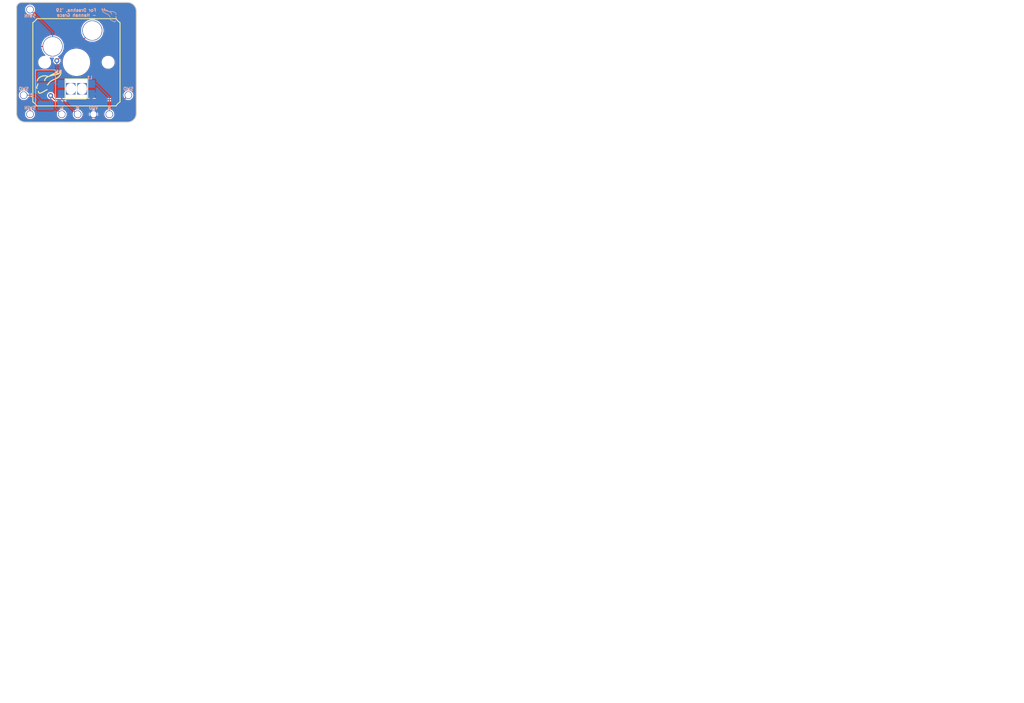
<source format=kicad_pcb>
(kicad_pcb (version 20171130) (host pcbnew "(5.0.1)-3")

  (general
    (thickness 1.6)
    (drawings 37)
    (tracks 37)
    (zones 0)
    (modules 14)
    (nets 8)
  )

  (page User 150.012 110.007)
  (layers
    (0 F.Cu signal)
    (31 B.Cu signal)
    (32 B.Adhes user hide)
    (33 F.Adhes user hide)
    (34 B.Paste user hide)
    (35 F.Paste user hide)
    (36 B.SilkS user)
    (37 F.SilkS user)
    (38 B.Mask user)
    (39 F.Mask user)
    (40 Dwgs.User user)
    (41 Cmts.User user hide)
    (42 Eco1.User user hide)
    (43 Eco2.User user hide)
    (44 Edge.Cuts user)
    (45 Margin user hide)
    (46 B.CrtYd user)
    (47 F.CrtYd user)
    (48 B.Fab user)
    (49 F.Fab user)
  )

  (setup
    (last_trace_width 0.1524)
    (trace_clearance 0.2)
    (zone_clearance 0)
    (zone_45_only no)
    (trace_min 0.1524)
    (segment_width 0.15)
    (edge_width 0.15)
    (via_size 0.8)
    (via_drill 0.4)
    (via_min_size 0.4)
    (via_min_drill 0.3)
    (uvia_size 0.3)
    (uvia_drill 0.1)
    (uvias_allowed no)
    (uvia_min_size 0.2)
    (uvia_min_drill 0.1)
    (pcb_text_width 0.3)
    (pcb_text_size 1.5 1.5)
    (mod_edge_width 0.15)
    (mod_text_size 1 1)
    (mod_text_width 0.15)
    (pad_size 1 0.8)
    (pad_drill 0)
    (pad_to_mask_clearance 0.051)
    (solder_mask_min_width 0.25)
    (aux_axis_origin 0 0)
    (visible_elements 7FFFFFFF)
    (pcbplotparams
      (layerselection 0x010fc_ffffffff)
      (usegerberextensions false)
      (usegerberattributes false)
      (usegerberadvancedattributes false)
      (creategerberjobfile false)
      (excludeedgelayer true)
      (linewidth 0.100000)
      (plotframeref false)
      (viasonmask false)
      (mode 1)
      (useauxorigin false)
      (hpglpennumber 1)
      (hpglpenspeed 20)
      (hpglpendiameter 15.000000)
      (psnegative false)
      (psa4output false)
      (plotreference true)
      (plotvalue true)
      (plotinvisibletext false)
      (padsonsilk false)
      (subtractmaskfromsilk false)
      (outputformat 1)
      (mirror false)
      (drillshape 1)
      (scaleselection 1)
      (outputdirectory "./"))
  )

  (net 0 "")
  (net 1 "Net-(D1-Pad1)")
  (net 2 /SWO)
  (net 3 /SWIN)
  (net 4 /G)
  (net 5 /V)
  (net 6 /R)
  (net 7 /B)

  (net_class Default "This is the default net class."
    (clearance 0.2)
    (trace_width 0.1524)
    (via_dia 0.8)
    (via_drill 0.4)
    (uvia_dia 0.3)
    (uvia_drill 0.1)
    (diff_pair_gap 0.25)
    (diff_pair_width 0.1524)
    (add_net /B)
    (add_net /G)
    (add_net /R)
    (add_net /SWIN)
    (add_net /SWO)
    (add_net /V)
    (add_net "Net-(D1-Pad1)")
  )

  (module WoodElf_Lib:BlankThrough-Hole (layer F.Cu) (tedit 5D173808) (tstamp 5D174AB0)
    (at 60.452 44.704)
    (path /5C69A5F3)
    (fp_text reference SWO1 (at 1.905 0) (layer F.Fab)
      (effects (font (size 0.5 0.5) (thickness 0.125)))
    )
    (fp_text value BlankThrough-Hole (at 0 -1.016) (layer F.Fab)
      (effects (font (size 0.5 0.5) (thickness 0.125)))
    )
    (pad 1 thru_hole circle (at 0 0) (size 1.2 1.2) (drill 1) (layers *.Cu *.Mask)
      (net 2 /SWO) (solder_mask_margin 0.1) (clearance 0.1))
  )

  (module WoodElf_Lib:BlankThrough-Hole (layer F.Cu) (tedit 5D173804) (tstamp 5D174AA7)
    (at 61.468 47.752)
    (path /5C699EEB)
    (fp_text reference SWIN1 (at 1.905 0) (layer F.Fab)
      (effects (font (size 0.5 0.5) (thickness 0.125)))
    )
    (fp_text value BlankThrough-Hole (at 0 -1.016) (layer F.Fab)
      (effects (font (size 0.5 0.5) (thickness 0.125)))
    )
    (pad 1 thru_hole circle (at 0 0) (size 1.2 1.2) (drill 1) (layers *.Cu *.Mask)
      (net 3 /SWIN) (solder_mask_margin 0.1) (clearance 0.1))
  )

  (module WoodElf_Lib:LED_6028_SMD_LED (layer F.Cu) (tedit 5D173330) (tstamp 5CE4D3AE)
    (at 68.8975 43.688)
    (descr https://cdn-shop.adafruit.com/product-files/2686/SK6812MINI_REV.01-1-2.pdf)
    (tags "LED RGB NeoPixel Mini")
    (path /5CCD189E)
    (attr smd)
    (fp_text reference L1 (at 2.1 -1.8) (layer B.SilkS)
      (effects (font (size 0.5 0.5) (thickness 0.125)) (justify mirror))
    )
    (fp_text value SK6812MINI (at 0 3.25) (layer F.Fab)
      (effects (font (size 1 1) (thickness 0.15)))
    )
    (fp_line (start 1.5 1.6) (end 1.8 1.3) (layer F.SilkS) (width 0.15))
    (fp_line (start -1.8 -1.6) (end 1.8 -1.6) (layer F.SilkS) (width 0.15))
    (fp_line (start -1.8 1.6) (end -1.8 -1.6) (layer F.SilkS) (width 0.15))
    (fp_line (start 1.5 1.6) (end -1.8 1.6) (layer F.SilkS) (width 0.15))
    (fp_line (start 1.8 -1.6) (end 1.8 1.3) (layer F.SilkS) (width 0.15))
    (fp_line (start -2.95 1.45) (end 2.93 1.45) (layer F.Fab) (width 0.1))
    (fp_line (start -2.6 0) (end -2.6 0.25) (layer F.Fab) (width 0.1))
    (fp_line (start -1.6 -1.4) (end 1.6 -1.4) (layer Dwgs.User) (width 0.15))
    (fp_line (start -1.6 1.4) (end -1.6 -1.4) (layer Dwgs.User) (width 0.15))
    (fp_line (start -1.6 1.4) (end 1.6 1.4) (layer Dwgs.User) (width 0.15))
    (fp_line (start 1.6 1.4) (end 1.6 -1.4) (layer Dwgs.User) (width 0.15))
    (fp_text user %R (at 0 0) (layer F.Fab)
      (effects (font (size 0.5 0.5) (thickness 0.1)))
    )
    (fp_line (start 2.5908 -1.8542) (end -2.5908 -1.8542) (layer B.CrtYd) (width 0.05))
    (fp_line (start 2.5908 1.8542) (end 2.5908 -1.8542) (layer B.CrtYd) (width 0.05))
    (fp_line (start -2.5908 1.8542) (end 2.5908 1.8542) (layer B.CrtYd) (width 0.05))
    (fp_line (start -2.5908 -1.8542) (end -2.5908 1.8542) (layer B.CrtYd) (width 0.05))
    (fp_line (start 1.75 0.75) (end 0.75 1.75) (layer F.Fab) (width 0.1))
    (fp_line (start -1.75 -1.75) (end -1.75 1.75) (layer F.Fab) (width 0.1))
    (fp_line (start -1.75 1.75) (end 1.75 1.75) (layer F.Fab) (width 0.1))
    (fp_line (start 1.75 1.75) (end 1.75 -1.75) (layer F.Fab) (width 0.1))
    (fp_line (start 1.75 -1.75) (end -1.75 -1.75) (layer F.Fab) (width 0.1))
    (fp_circle (center 0 0) (end 0 -1.5) (layer F.Fab) (width 0.1))
    (fp_line (start -1.8542 -1.8542) (end -1.8542 1.8458) (layer F.Fab) (width 0.05))
    (fp_line (start -1.8542 -1.8542) (end 1.8458 -1.8542) (layer F.Fab) (width 0.05))
    (fp_line (start 1.8458 1.8458) (end 1.8458 -1.8542) (layer F.Fab) (width 0.05))
    (fp_line (start 1.8458 1.8458) (end -1.8542 1.8458) (layer F.Fab) (width 0.05))
    (pad "" np_thru_hole rect (at 0.9 0 180) (size 1.5 1.85) (drill oval 1.5 1.85) (layers *.Cu *.Mask))
    (pad "" np_thru_hole oval (at 0 1.2 90) (size 0.508 3.3) (drill oval 0.508 3.3) (layers *.Cu *.Mask))
    (pad "" np_thru_hole oval (at 0 -1.2 90) (size 0.508 3.3) (drill oval 0.508 3.3) (layers *.Cu *.Mask))
    (pad "" np_thru_hole rect (at -0.9 0 180) (size 1.5 1.85) (drill oval 1.5 1.85) (layers *.Cu *.Mask))
    (pad 4 smd rect (at 2.35 -0.8) (size 1.25 1.25) (layers B.Cu B.Paste B.Mask)
      (net 7 /B))
    (pad 3 smd rect (at 2.35 0.8) (size 1.25 1.25) (layers B.Cu B.Paste B.Mask)
      (net 5 /V))
    (pad 2 smd rect (at -2.35 0.8) (size 1.25 1.25) (layers B.Cu B.Paste B.Mask)
      (net 6 /R))
    (pad 1 smd rect (at -2.35 -0.8) (size 1.25 1.25) (layers B.Cu B.Paste B.Mask)
      (net 4 /G))
    (model ${KISYS3DMOD}/LED_SMD.3dshapes/LED_SK6812MINI_PLCC4_3.5x3.5mm_P1.75mm.wrl
      (at (xyz 0 0 0))
      (scale (xyz 1 1 1))
      (rotate (xyz 0 0 0))
    )
  )

  (module WoodElf_Lib:SW_Cherry_MX1A_1.00u_PCB (layer F.Cu) (tedit 5CD774AD) (tstamp 5CDE5E0C)
    (at 71.4375 34.3535)
    (descr "Cherry MX keyswitch, MX1A, 1.00u, PCB mount, http://cherryamericas.com/wp-content/uploads/2014/12/mx_cat.pdf")
    (tags "cherry mx keyswitch MX1A 1.00u PCB")
    (path /5C418754)
    (fp_text reference S1 (at 0 2.2225) (layer F.Fab)
      (effects (font (size 0.5 0.5) (thickness 0.125)))
    )
    (fp_text value Kailh_RGB_Switch (at -2.234001 15.545999) (layer F.Fab)
      (effects (font (size 1 1) (thickness 0.15)))
    )
    (fp_text user %R (at 0 2.2225) (layer F.Fab)
      (effects (font (size 0.5 0.5) (thickness 0.125)))
    )
    (fp_line (start -9.14 11.68) (end -9.14 -1.52) (layer F.CrtYd) (width 0.05))
    (fp_line (start 4.06 11.68) (end -9.14 11.68) (layer F.CrtYd) (width 0.05))
    (fp_line (start 4.06 -1.52) (end 4.06 11.68) (layer F.CrtYd) (width 0.05))
    (fp_line (start -9.14 -1.52) (end 4.06 -1.52) (layer F.CrtYd) (width 0.05))
    (fp_line (start -12.065 -4.445) (end 6.985 -4.445) (layer Dwgs.User) (width 0.15))
    (fp_line (start 6.985 -4.445) (end 6.985 14.605) (layer Dwgs.User) (width 0.15))
    (fp_line (start 6.985 14.605) (end -12.065 14.605) (layer Dwgs.User) (width 0.15))
    (fp_line (start -12.065 14.605) (end -12.065 -4.445) (layer Dwgs.User) (width 0.15))
    (fp_line (start -8.89 -1.905) (end 3.81 -1.905) (layer F.SilkS) (width 0.15))
    (fp_line (start 4.445 -1.27) (end 4.445 11.43) (layer F.SilkS) (width 0.15))
    (fp_line (start 3.81 12.065) (end -8.89 12.065) (layer F.SilkS) (width 0.15))
    (fp_line (start -9.525 11.43) (end -9.525 -1.27) (layer F.SilkS) (width 0.15))
    (fp_arc (start 5.461 -2.921) (end 3.81 -1.905) (angle -26.78499551) (layer F.SilkS) (width 0.15))
    (fp_arc (start 5.461 13.081) (end 4.445 11.43) (angle -26.78499551) (layer F.SilkS) (width 0.15))
    (fp_arc (start -10.541 13.081) (end -8.89 12.065) (angle -26.78499551) (layer F.SilkS) (width 0.15))
    (fp_arc (start -10.541 -2.921) (end -9.525 -1.27) (angle -26.78499551) (layer F.SilkS) (width 0.15))
    (fp_line (start -9.525 -1.905) (end 4.445 -1.905) (layer Dwgs.User) (width 0.15))
    (fp_line (start -9.525 -1.905) (end -9.525 12.065) (layer Dwgs.User) (width 0.15))
    (fp_line (start 4.445 12.065) (end -9.525 12.065) (layer Dwgs.User) (width 0.15))
    (fp_line (start 4.445 12.065) (end 4.445 -1.905) (layer Dwgs.User) (width 0.15))
    (fp_line (start 4.445 -1.905) (end 6.985 -1.905) (layer Dwgs.User) (width 0.05))
    (fp_line (start 4.445 -1.905) (end 4.445 -4.445) (layer Dwgs.User) (width 0.05))
    (fp_line (start -9.525 -1.905) (end -12.065 -1.905) (layer Dwgs.User) (width 0.05))
    (fp_line (start -9.524796 -1.905) (end -9.524796 -4.445) (layer Dwgs.User) (width 0.05))
    (fp_line (start -9.525 12.060356) (end -9.525 14.600356) (layer Dwgs.User) (width 0.05))
    (fp_line (start -9.525 12.060356) (end -12.065 12.060356) (layer Dwgs.User) (width 0.05))
    (fp_line (start 4.445 12.065) (end 4.445 14.605) (layer Dwgs.User) (width 0.05))
    (fp_line (start 4.445 12.065) (end 6.985 12.065) (layer Dwgs.User) (width 0.05))
    (fp_line (start -2.54 10.16) (end -2.54 8.9916) (layer F.Fab) (width 0.12))
    (fp_line (start -2.54 10.16) (end -3.7084 10.16) (layer F.Fab) (width 0.12))
    (fp_line (start -2.54 10.16) (end -2.54 11.3284) (layer F.Fab) (width 0.12))
    (fp_line (start -2.54 10.16) (end -1.3716 10.16) (layer F.Fab) (width 0.12))
    (fp_line (start -12.065 5.08) (end 6.985 5.08) (layer F.Fab) (width 0.03))
    (fp_line (start -2.54 -4.445) (end -2.54 14.605) (layer F.Fab) (width 0.03))
    (pad 1 thru_hole circle (at 0 0) (size 3.2 3.2) (drill 3) (layers *.Cu *.Mask)
      (net 1 "Net-(D1-Pad1)"))
    (pad 2 thru_hole circle (at -6.35 2.54) (size 3.2 3.2) (drill 3) (layers *.Cu *.Mask)
      (net 3 /SWIN))
    (pad "" np_thru_hole circle (at -2.54 5.08) (size 4 4) (drill 4) (layers *.Cu *.Mask))
    (pad "" np_thru_hole circle (at -7.62 5.08) (size 1.7 1.7) (drill 1.7) (layers *.Cu *.Mask))
    (pad "" np_thru_hole circle (at 2.54 5.08) (size 1.7 1.7) (drill 1.7) (layers *.Cu *.Mask))
    (model ${KISYS3DMOD}/Button_Switch_Keyboard.3dshapes/SW_Cherry_MX1A_1.00u_PCB.wrl
      (at (xyz 0 0 0))
      (scale (xyz 1 1 1))
      (rotate (xyz 0 0 0))
    )
  )

  (module WoodElf_Lib:Tiefling_Logo (layer F.Cu) (tedit 5CCD0E31) (tstamp 5CCF67B3)
    (at 64.4525 42.799)
    (fp_text reference G (at 1.7526 -0.0762) (layer F.Fab) hide
      (effects (font (size 0.5 0.5) (thickness 0.125)))
    )
    (fp_text value Tiefling_Logo (at 2.286 0.6604) (layer F.Fab) hide
      (effects (font (size 0.5 0.5) (thickness 0.125)))
    )
    (fp_poly (pts (xy 1.394213 -2.128927) (xy 1.421936 -2.109967) (xy 1.43145 -2.099721) (xy 1.438201 -2.089091)
      (xy 1.442878 -2.074866) (xy 1.446168 -2.053829) (xy 1.448761 -2.02277) (xy 1.451344 -1.978473)
      (xy 1.451758 -1.97078) (xy 1.453865 -1.907644) (xy 1.454037 -1.838182) (xy 1.452433 -1.767134)
      (xy 1.449212 -1.69924) (xy 1.444532 -1.639241) (xy 1.439213 -1.595966) (xy 1.435869 -1.571346)
      (xy 1.434598 -1.554818) (xy 1.435036 -1.551023) (xy 1.443447 -1.552713) (xy 1.463206 -1.55963)
      (xy 1.490115 -1.570299) (xy 1.491333 -1.570805) (xy 1.537553 -1.595265) (xy 1.579914 -1.626848)
      (xy 1.586222 -1.632682) (xy 1.61509 -1.662542) (xy 1.65174 -1.703751) (xy 1.694137 -1.75386)
      (xy 1.740245 -1.81042) (xy 1.788029 -1.870982) (xy 1.831415 -1.927722) (xy 1.864275 -1.970479)
      (xy 1.88986 -2.001099) (xy 1.910352 -2.021493) (xy 1.92793 -2.033573) (xy 1.944775 -2.039249)
      (xy 1.960033 -2.040466) (xy 1.995414 -2.032902) (xy 2.023256 -2.010695) (xy 2.043124 -1.974574)
      (xy 2.054582 -1.92527) (xy 2.0574 -1.877598) (xy 2.049645 -1.741425) (xy 2.026993 -1.604448)
      (xy 1.990366 -1.470848) (xy 1.940685 -1.344803) (xy 1.939368 -1.341967) (xy 1.878507 -1.230723)
      (xy 1.802318 -1.125488) (xy 1.710627 -1.026083) (xy 1.603263 -0.932332) (xy 1.48005 -0.844058)
      (xy 1.408007 -0.79928) (xy 1.356229 -0.770003) (xy 1.289855 -0.734816) (xy 1.209947 -0.694252)
      (xy 1.117571 -0.648841) (xy 1.01379 -0.599114) (xy 0.901414 -0.546414) (xy 0.79381 -0.495829)
      (xy 0.699923 -0.450273) (xy 0.617704 -0.408605) (xy 0.545101 -0.369683) (xy 0.480063 -0.332363)
      (xy 0.420541 -0.295505) (xy 0.364482 -0.257965) (xy 0.309837 -0.218602) (xy 0.300951 -0.211955)
      (xy 0.239004 -0.163711) (xy 0.188941 -0.120282) (xy 0.147804 -0.078328) (xy 0.112639 -0.034508)
      (xy 0.080489 0.014519) (xy 0.048398 0.072096) (xy 0.046567 0.075595) (xy 0.005608 0.149145)
      (xy -0.033069 0.20756) (xy -0.070909 0.252221) (xy -0.109354 0.284511) (xy -0.149849 0.305812)
      (xy -0.193837 0.317506) (xy -0.20803 0.319358) (xy -0.235368 0.321247) (xy -0.252969 0.318389)
      (xy -0.267819 0.308692) (xy -0.278916 0.298119) (xy -0.298761 0.268653) (xy -0.303288 0.237852)
      (xy -0.293606 0.20849) (xy -0.270823 0.183345) (xy -0.23605 0.16519) (xy -0.224442 0.161769)
      (xy -0.204619 0.154978) (xy -0.186685 0.143996) (xy -0.169091 0.126828) (xy -0.150293 0.101483)
      (xy -0.128744 0.065967) (xy -0.102898 0.018287) (xy -0.082626 -0.021026) (xy -0.06092 -0.062706)
      (xy -0.042331 -0.095076) (xy -0.023683 -0.122416) (xy -0.001795 -0.149002) (xy 0.026509 -0.179114)
      (xy 0.05909 -0.211767) (xy 0.111729 -0.26185) (xy 0.165852 -0.308947) (xy 0.223037 -0.354025)
      (xy 0.28486 -0.398052) (xy 0.352896 -0.441993) (xy 0.428724 -0.486815) (xy 0.513918 -0.533485)
      (xy 0.610056 -0.582969) (xy 0.718713 -0.636235) (xy 0.841465 -0.694249) (xy 0.85972 -0.702737)
      (xy 0.987303 -0.762781) (xy 1.100305 -0.817851) (xy 1.200047 -0.868788) (xy 1.28785 -0.916433)
      (xy 1.365038 -0.961627) (xy 1.432931 -1.00521) (xy 1.492852 -1.048024) (xy 1.546122 -1.090908)
      (xy 1.594063 -1.134704) (xy 1.637998 -1.180252) (xy 1.671714 -1.2192) (xy 1.724793 -1.288199)
      (xy 1.767251 -1.355252) (xy 1.803084 -1.426964) (xy 1.816423 -1.458349) (xy 1.828369 -1.490885)
      (xy 1.841535 -1.531947) (xy 1.854843 -1.577507) (xy 1.867216 -1.623538) (xy 1.877577 -1.666015)
      (xy 1.884847 -1.700909) (xy 1.88795 -1.724194) (xy 1.88799 -1.725815) (xy 1.882995 -1.723621)
      (xy 1.869157 -1.710189) (xy 1.848277 -1.687452) (xy 1.822158 -1.657339) (xy 1.805036 -1.636915)
      (xy 1.772288 -1.598289) (xy 1.739397 -1.56106) (xy 1.709583 -1.52877) (xy 1.686064 -1.504962)
      (xy 1.680152 -1.4995) (xy 1.655289 -1.479306) (xy 1.626983 -1.460329) (xy 1.594055 -1.442209)
      (xy 1.555322 -1.424591) (xy 1.509605 -1.407116) (xy 1.455722 -1.389427) (xy 1.392491 -1.371166)
      (xy 1.318733 -1.351977) (xy 1.233265 -1.331503) (xy 1.134908 -1.309384) (xy 1.02248 -1.285266)
      (xy 0.894799 -1.258789) (xy 0.8636 -1.252419) (xy 0.717526 -1.222098) (xy 0.586646 -1.193641)
      (xy 0.469379 -1.166599) (xy 0.364144 -1.140527) (xy 0.269361 -1.114976) (xy 0.18345 -1.089499)
      (xy 0.104828 -1.06365) (xy 0.031915 -1.03698) (xy -0.036869 -1.009043) (xy -0.103105 -0.979391)
      (xy -0.105833 -0.978111) (xy -0.213484 -0.922544) (xy -0.305112 -0.864274) (xy -0.381517 -0.802558)
      (xy -0.443497 -0.73665) (xy -0.491848 -0.665807) (xy -0.527369 -0.589284) (xy -0.52973 -0.582754)
      (xy -0.536571 -0.557011) (xy -0.543265 -0.521016) (xy -0.548629 -0.481416) (xy -0.549756 -0.470326)
      (xy -0.553603 -0.433464) (xy -0.557852 -0.409091) (xy -0.563993 -0.392796) (xy -0.573514 -0.380169)
      (xy -0.583331 -0.370843) (xy -0.614875 -0.351443) (xy -0.646779 -0.348812) (xy -0.678187 -0.362999)
      (xy -0.681057 -0.365178) (xy -0.699482 -0.382845) (xy -0.710431 -0.403095) (xy -0.714804 -0.429817)
      (xy -0.713501 -0.466897) (xy -0.710689 -0.493128) (xy -0.694559 -0.58576) (xy -0.670021 -0.665914)
      (xy -0.658319 -0.69371) (xy -0.616096 -0.76952) (xy -0.559777 -0.844692) (xy -0.492043 -0.916291)
      (xy -0.415575 -0.981378) (xy -0.360239 -1.020238) (xy -0.284444 -1.069108) (xy -0.325669 -1.085301)
      (xy -0.389822 -1.104826) (xy -0.466242 -1.118628) (xy -0.551163 -1.126439) (xy -0.640823 -1.127992)
      (xy -0.731456 -1.123019) (xy -0.779362 -1.117541) (xy -0.907666 -1.093702) (xy -1.035021 -1.058024)
      (xy -1.158824 -1.011723) (xy -1.276471 -0.956018) (xy -1.38536 -0.892124) (xy -1.482888 -0.821261)
      (xy -1.557866 -0.753475) (xy -1.622397 -0.680663) (xy -1.671233 -0.608241) (xy -1.705435 -0.534162)
      (xy -1.726068 -0.456382) (xy -1.731197 -0.419732) (xy -1.735941 -0.38548) (xy -1.742799 -0.362515)
      (xy -1.753827 -0.345193) (xy -1.761248 -0.337182) (xy -1.791495 -0.317383) (xy -1.824655 -0.313447)
      (xy -1.857442 -0.325479) (xy -1.868544 -0.333759) (xy -1.881008 -0.345805) (xy -1.88796 -0.358262)
      (xy -1.890796 -0.376201) (xy -1.890909 -0.40469) (xy -1.890671 -0.4142) (xy -1.884136 -0.484557)
      (xy -1.867574 -0.55313) (xy -1.839604 -0.62498) (xy -1.824543 -0.656512) (xy -1.769203 -0.749113)
      (xy -1.69853 -0.837192) (xy -1.613697 -0.920006) (xy -1.515877 -0.996812) (xy -1.406243 -1.066869)
      (xy -1.285968 -1.129434) (xy -1.156226 -1.183763) (xy -1.018188 -1.229114) (xy -0.87303 -1.264745)
      (xy -0.859366 -1.267507) (xy -0.826111 -1.273211) (xy -0.790187 -1.27734) (xy -0.748347 -1.280083)
      (xy -0.697341 -1.281625) (xy -0.633924 -1.282154) (xy -0.605366 -1.282127) (xy -0.543075 -1.281713)
      (xy -0.491838 -1.280429) (xy -0.448113 -1.277627) (xy -0.408359 -1.272654) (xy -0.369033 -1.26486)
      (xy -0.326594 -1.253593) (xy -0.2775 -1.238202) (xy -0.218209 -1.218036) (xy -0.175501 -1.203105)
      (xy -0.075835 -1.168104) (xy 0.031631 -1.207059) (xy 0.074519 -1.223485) (xy 0.110553 -1.238983)
      (xy 0.136714 -1.252155) (xy 0.149986 -1.261601) (xy 0.150342 -1.26207) (xy 0.168062 -1.281926)
      (xy 0.195458 -1.304147) (xy 0.233507 -1.329285) (xy 0.28319 -1.357895) (xy 0.342006 -1.388708)
      (xy 0.729795 -1.388708) (xy 0.729884 -1.388567) (xy 0.739584 -1.390214) (xy 0.763372 -1.39484)
      (xy 0.798762 -1.401945) (xy 0.84327 -1.411028) (xy 0.894412 -1.421589) (xy 0.916151 -1.426111)
      (xy 0.995225 -1.442612) (xy 1.059414 -1.45613) (xy 1.110413 -1.467134) (xy 1.149915 -1.476094)
      (xy 1.179612 -1.483482) (xy 1.201198 -1.489767) (xy 1.216367 -1.49542) (xy 1.22681 -1.500912)
      (xy 1.234223 -1.506713) (xy 1.240297 -1.513292) (xy 1.243361 -1.517021) (xy 1.261758 -1.549612)
      (xy 1.276587 -1.596999) (xy 1.287326 -1.657318) (xy 1.290342 -1.684458) (xy 1.295498 -1.739083)
      (xy 1.267932 -1.713317) (xy 1.225142 -1.675938) (xy 1.176987 -1.639191) (xy 1.121439 -1.601796)
      (xy 1.056472 -1.562474) (xy 0.980057 -1.519946) (xy 0.890167 -1.472932) (xy 0.873615 -1.464511)
      (xy 0.828359 -1.441419) (xy 0.789192 -1.421153) (xy 0.758271 -1.404852) (xy 0.737753 -1.393658)
      (xy 0.729795 -1.388708) (xy 0.342006 -1.388708) (xy 0.345484 -1.39053) (xy 0.42137 -1.427743)
      (xy 0.511826 -1.470086) (xy 0.5461 -1.485763) (xy 0.628726 -1.523999) (xy 0.710299 -1.562944)
      (xy 0.788513 -1.601421) (xy 0.861068 -1.638257) (xy 0.925659 -1.672275) (xy 0.979983 -1.7023)
      (xy 1.021738 -1.727158) (xy 1.03136 -1.73336) (xy 1.102996 -1.784885) (xy 1.164521 -1.837698)
      (xy 1.214791 -1.890432) (xy 1.252662 -1.941718) (xy 1.276991 -1.99019) (xy 1.286634 -2.034479)
      (xy 1.286748 -2.03877) (xy 1.293266 -2.077063) (xy 1.310266 -2.106801) (xy 1.334753 -2.126409)
      (xy 1.363733 -2.13431) (xy 1.394213 -2.128927)) (layer F.SilkS) (width 0.01))
    (fp_poly (pts (xy -1.69721 0.02951) (xy -1.674046 0.044047) (xy -1.670636 0.047328) (xy -1.659846 0.059192)
      (xy -1.653681 0.071046) (xy -1.65127 0.087468) (xy -1.651739 0.113036) (xy -1.653282 0.138345)
      (xy -1.659131 0.186639) (xy -1.670932 0.23787) (xy -1.689519 0.294388) (xy -1.715731 0.358544)
      (xy -1.750403 0.432688) (xy -1.776553 0.484779) (xy -1.800834 0.532658) (xy -1.818228 0.568659)
      (xy -1.829862 0.59582) (xy -1.836862 0.617181) (xy -1.840353 0.635782) (xy -1.841463 0.654661)
      (xy -1.8415 0.660095) (xy -1.840224 0.689783) (xy -1.834546 0.71166) (xy -1.821692 0.733532)
      (xy -1.80975 0.749427) (xy -1.787836 0.782404) (xy -1.779158 0.810296) (xy -1.782893 0.837459)
      (xy -1.790065 0.853906) (xy -1.812387 0.880719) (xy -1.842488 0.894147) (xy -1.876464 0.893065)
      (xy -1.897328 0.88485) (xy -1.918181 0.86766) (xy -1.941672 0.83934) (xy -1.964591 0.804652)
      (xy -1.98373 0.768358) (xy -1.994279 0.74098) (xy -2.003689 0.700914) (xy -2.006653 0.661612)
      (xy -2.002578 0.62045) (xy -1.990875 0.574804) (xy -1.970952 0.52205) (xy -1.942218 0.459564)
      (xy -1.92166 0.418567) (xy -1.884735 0.344552) (xy -1.856073 0.282319) (xy -1.834742 0.229428)
      (xy -1.819812 0.183441) (xy -1.810352 0.141917) (xy -1.80688 0.117829) (xy -1.798303 0.074786)
      (xy -1.783092 0.046168) (xy -1.759782 0.030273) (xy -1.7272 0.0254) (xy -1.69721 0.02951)) (layer F.SilkS) (width 0.01))
    (fp_poly (pts (xy -0.207082 0.947533) (xy -0.181692 0.967806) (xy -0.165074 0.996235) (xy -0.160866 1.020234)
      (xy -0.167152 1.04778) (xy -0.183216 1.073706) (xy -0.20487 1.093003) (xy -0.227924 1.100666)
      (xy -0.22816 1.100667) (xy -0.2434 1.103593) (xy -0.267058 1.112707) (xy -0.300082 1.128514)
      (xy -0.343416 1.151516) (xy -0.398007 1.182218) (xy -0.464801 1.221124) (xy -0.544744 1.268736)
      (xy -0.5526 1.273456) (xy -0.667117 1.34169) (xy -0.769066 1.401044) (xy -0.85985 1.452204)
      (xy -0.940872 1.495856) (xy -1.013536 1.532687) (xy -1.079246 1.563383) (xy -1.139404 1.588631)
      (xy -1.195414 1.609115) (xy -1.248681 1.625524) (xy -1.298042 1.637967) (xy -1.346666 1.645913)
      (xy -1.399895 1.649662) (xy -1.451966 1.649185) (xy -1.49712 1.644449) (xy -1.519766 1.639157)
      (xy -1.582184 1.611052) (xy -1.634383 1.569896) (xy -1.675827 1.51653) (xy -1.705981 1.451795)
      (xy -1.724309 1.376532) (xy -1.730101 1.309087) (xy -1.729922 1.277299) (xy -1.726544 1.256678)
      (xy -1.71858 1.241556) (xy -1.71158 1.233355) (xy -1.682561 1.211685) (xy -1.650721 1.206552)
      (xy -1.622119 1.214107) (xy -1.601994 1.224602) (xy -1.588526 1.238488) (xy -1.57984 1.259549)
      (xy -1.574058 1.291571) (xy -1.571305 1.316567) (xy -1.561411 1.37416) (xy -1.544495 1.421547)
      (xy -1.521564 1.456588) (xy -1.496366 1.475917) (xy -1.453615 1.487905) (xy -1.399252 1.489454)
      (xy -1.3348 1.480813) (xy -1.261779 1.462235) (xy -1.181711 1.43397) (xy -1.142333 1.417522)
      (xy -1.099743 1.397609) (xy -1.045817 1.370396) (xy -0.983592 1.337545) (xy -0.916101 1.300714)
      (xy -0.84638 1.261564) (xy -0.777462 1.221755) (xy -0.712383 1.182946) (xy -0.702733 1.177065)
      (xy -0.606994 1.119087) (xy -0.524212 1.070215) (xy -0.453403 1.029948) (xy -0.393582 0.997785)
      (xy -0.343763 0.973223) (xy -0.302962 0.95576) (xy -0.270192 0.944894) (xy -0.24447 0.940123)
      (xy -0.237088 0.9398) (xy -0.207082 0.947533)) (layer F.SilkS) (width 0.01))
  )

  (module "" (layer F.Cu) (tedit 5CD66512) (tstamp 0)
    (at 77.216 39.243)
    (fp_text reference "" (at 143.1925 102.5525) (layer F.SilkS)
      (effects (font (size 1.27 1.27) (thickness 0.15)))
    )
    (fp_text value "" (at 143.1925 102.5525) (layer F.SilkS)
      (effects (font (size 1.27 1.27) (thickness 0.15)))
    )
    (fp_text user GND1 (at -15.748 5.207 90) (layer F.Fab)
      (effects (font (size 0.5 0.5) (thickness 0.125)))
    )
  )

  (module Diode_SMD:D_2010_5025Metric_Pad1.52x2.65mm_HandSolder (layer B.Cu) (tedit 5CD77A14) (tstamp 5CD79B81)
    (at 63.9445 44.0175 270)
    (descr "Diode SMD 2010 (5025 Metric), square (rectangular) end terminal, IPC_7351 nominal, (Body size source: http://www.tortai-tech.com/upload/download/2011102023233369053.pdf), generated with kicad-footprint-generator")
    (tags "diode handsolder")
    (path /5C498866)
    (attr smd)
    (fp_text reference D1 (at -3.06 -2.159) (layer B.SilkS)
      (effects (font (size 0.5 0.5) (thickness 0.125)) (justify mirror))
    )
    (fp_text value DIODE (at 0 -2.28 270) (layer B.Fab)
      (effects (font (size 1 1) (thickness 0.15)) (justify mirror))
    )
    (fp_line (start 2.5 1.25) (end -1.875 1.25) (layer B.Fab) (width 0.1))
    (fp_line (start -1.875 1.25) (end -2.5 0.625) (layer B.Fab) (width 0.1))
    (fp_line (start -2.5 0.625) (end -2.5 -1.25) (layer B.Fab) (width 0.1))
    (fp_line (start -2.5 -1.25) (end 2.5 -1.25) (layer B.Fab) (width 0.1))
    (fp_line (start 2.5 -1.25) (end 2.5 1.25) (layer B.Fab) (width 0.1))
    (fp_line (start 2.5 1.585) (end -3.36 1.584999) (layer B.SilkS) (width 0.12))
    (fp_line (start -3.36 1.584999) (end -3.36 -1.585) (layer B.SilkS) (width 0.12))
    (fp_line (start -3.36 -1.585) (end 2.5 -1.584999) (layer B.SilkS) (width 0.12))
    (fp_line (start -3.35 -1.58) (end -3.35 1.58) (layer B.CrtYd) (width 0.05))
    (fp_line (start -3.35 1.58) (end 3.35 1.58) (layer B.CrtYd) (width 0.05))
    (fp_line (start 3.35 1.58) (end 3.35 -1.58) (layer B.CrtYd) (width 0.05))
    (fp_line (start 3.35 -1.58) (end -3.35 -1.58) (layer B.CrtYd) (width 0.05))
    (fp_text user %R (at 0 0 270) (layer B.Fab)
      (effects (font (size 1 1) (thickness 0.15)) (justify mirror))
    )
    (pad 1 smd roundrect (at -2.3375 0 270) (size 1.525 2.65) (layers B.Cu B.Paste B.Mask) (roundrect_rratio 0.163934)
      (net 1 "Net-(D1-Pad1)"))
    (pad 2 smd roundrect (at 2.3375 0 270) (size 1.525 2.65) (layers B.Cu B.Paste B.Mask) (roundrect_rratio 0.163934)
      (net 2 /SWO))
    (model ${KISYS3DMOD}/Diode_SMD.3dshapes/D_2010_5025Metric.wrl
      (at (xyz 0 0 0))
      (scale (xyz 1 1 1))
      (rotate (xyz 0 0 0))
    )
  )

  (module WoodElf_Lib:Tiefling_LogoSmall (layer B.Cu) (tedit 5CD77ADB) (tstamp 5CCF68B5)
    (at 74.168 32.004 180)
    (fp_text reference LOGOsmll (at 1.7018 0.1524 180) (layer B.Fab) hide
      (effects (font (size 0.5 0.5) (thickness 0.125)) (justify mirror))
    )
    (fp_text value Tiefling_LogoSmall (at 3.4036 -0.5842 180) (layer B.Fab) hide
      (effects (font (size 0.5 0.5) (thickness 0.125)) (justify mirror))
    )
    (fp_poly (pts (xy -0.12425 -0.568519) (xy -0.109016 -0.580683) (xy -0.099045 -0.59774) (xy -0.09652 -0.61214)
      (xy -0.100292 -0.628667) (xy -0.10993 -0.644223) (xy -0.122922 -0.655801) (xy -0.136755 -0.660399)
      (xy -0.136897 -0.6604) (xy -0.14604 -0.662155) (xy -0.160236 -0.667624) (xy -0.18005 -0.677108)
      (xy -0.20605 -0.690909) (xy -0.238805 -0.70933) (xy -0.278881 -0.732674) (xy -0.326847 -0.761241)
      (xy -0.33156 -0.764073) (xy -0.400271 -0.805013) (xy -0.46144 -0.840626) (xy -0.515911 -0.871322)
      (xy -0.564524 -0.897513) (xy -0.608122 -0.919612) (xy -0.647548 -0.938029) (xy -0.683643 -0.953178)
      (xy -0.717249 -0.965469) (xy -0.749209 -0.975314) (xy -0.778826 -0.98278) (xy -0.808 -0.987547)
      (xy -0.839937 -0.989797) (xy -0.87118 -0.98951) (xy -0.898272 -0.986669) (xy -0.91186 -0.983493)
      (xy -0.949311 -0.96663) (xy -0.98063 -0.941937) (xy -1.005497 -0.909917) (xy -1.023589 -0.871076)
      (xy -1.034586 -0.825919) (xy -1.038061 -0.785452) (xy -1.037954 -0.766379) (xy -1.035927 -0.754006)
      (xy -1.031148 -0.744933) (xy -1.026949 -0.740012) (xy -1.009537 -0.72701) (xy -0.990433 -0.723931)
      (xy -0.973272 -0.728463) (xy -0.961197 -0.734761) (xy -0.953116 -0.743092) (xy -0.947905 -0.755729)
      (xy -0.944436 -0.774942) (xy -0.942784 -0.78994) (xy -0.936847 -0.824496) (xy -0.926698 -0.852928)
      (xy -0.912939 -0.873952) (xy -0.89782 -0.88555) (xy -0.872169 -0.892743) (xy -0.839552 -0.893672)
      (xy -0.80088 -0.888487) (xy -0.757068 -0.87734) (xy -0.709027 -0.860381) (xy -0.685401 -0.850513)
      (xy -0.659846 -0.838565) (xy -0.627491 -0.822237) (xy -0.590156 -0.802526) (xy -0.549661 -0.780428)
      (xy -0.507828 -0.756938) (xy -0.466478 -0.733052) (xy -0.42743 -0.709767) (xy -0.42164 -0.706239)
      (xy -0.364197 -0.671451) (xy -0.314528 -0.642128) (xy -0.272043 -0.617968) (xy -0.23615 -0.59867)
      (xy -0.206259 -0.583933) (xy -0.181778 -0.573455) (xy -0.162116 -0.566936) (xy -0.146683 -0.564073)
      (xy -0.142253 -0.56388) (xy -0.12425 -0.568519)) (layer B.SilkS) (width 0.01))
    (fp_poly (pts (xy -1.018326 -0.017706) (xy -1.004428 -0.026428) (xy -1.002382 -0.028396) (xy -0.995908 -0.035514)
      (xy -0.992209 -0.042627) (xy -0.990763 -0.05248) (xy -0.991044 -0.067821) (xy -0.99197 -0.083006)
      (xy -0.995479 -0.111983) (xy -1.00256 -0.142721) (xy -1.013712 -0.176632) (xy -1.029439 -0.215126)
      (xy -1.050242 -0.259612) (xy -1.065933 -0.290867) (xy -1.080501 -0.319594) (xy -1.090937 -0.341195)
      (xy -1.097918 -0.357491) (xy -1.102118 -0.370308) (xy -1.104213 -0.381469) (xy -1.104878 -0.392796)
      (xy -1.1049 -0.396056) (xy -1.104135 -0.413869) (xy -1.100728 -0.426995) (xy -1.093016 -0.440119)
      (xy -1.08585 -0.449655) (xy -1.072702 -0.469442) (xy -1.067495 -0.486177) (xy -1.069737 -0.502475)
      (xy -1.07404 -0.512343) (xy -1.087433 -0.528431) (xy -1.105494 -0.536488) (xy -1.125879 -0.535838)
      (xy -1.138397 -0.530909) (xy -1.150909 -0.520595) (xy -1.165004 -0.503603) (xy -1.178755 -0.482791)
      (xy -1.190239 -0.461014) (xy -1.196568 -0.444588) (xy -1.202214 -0.420548) (xy -1.203992 -0.396967)
      (xy -1.201547 -0.372269) (xy -1.194525 -0.344882) (xy -1.182572 -0.31323) (xy -1.165331 -0.275738)
      (xy -1.152997 -0.25114) (xy -1.130842 -0.206731) (xy -1.113644 -0.169391) (xy -1.100846 -0.137656)
      (xy -1.091888 -0.110064) (xy -1.086212 -0.08515) (xy -1.084129 -0.070697) (xy -1.078982 -0.044871)
      (xy -1.069856 -0.0277) (xy -1.05587 -0.018163) (xy -1.036321 -0.01524) (xy -1.018326 -0.017706)) (layer B.SilkS) (width 0.01))
    (fp_poly (pts (xy 0.836527 1.277357) (xy 0.853161 1.265981) (xy 0.85887 1.259833) (xy 0.86292 1.253455)
      (xy 0.865726 1.24492) (xy 0.8677 1.232298) (xy 0.869256 1.213662) (xy 0.870806 1.187084)
      (xy 0.871054 1.182469) (xy 0.872318 1.144587) (xy 0.872422 1.10291) (xy 0.871459 1.060281)
      (xy 0.869527 1.019545) (xy 0.866719 0.983545) (xy 0.863527 0.95758) (xy 0.861521 0.942808)
      (xy 0.860758 0.932891) (xy 0.861021 0.930614) (xy 0.866067 0.931628) (xy 0.877923 0.935779)
      (xy 0.894068 0.94218) (xy 0.894799 0.942484) (xy 0.922531 0.957159) (xy 0.947948 0.976109)
      (xy 0.951733 0.97961) (xy 0.969054 0.997526) (xy 0.991044 1.022251) (xy 1.016482 1.052317)
      (xy 1.044146 1.086252) (xy 1.072817 1.12259) (xy 1.098849 1.156634) (xy 1.118564 1.182288)
      (xy 1.133916 1.20066) (xy 1.146211 1.212897) (xy 1.156757 1.220144) (xy 1.166864 1.22355)
      (xy 1.17602 1.22428) (xy 1.197248 1.219742) (xy 1.213953 1.206418) (xy 1.225874 1.184745)
      (xy 1.232748 1.155163) (xy 1.234439 1.12656) (xy 1.229786 1.044856) (xy 1.216195 0.962669)
      (xy 1.194219 0.882509) (xy 1.164411 0.806883) (xy 1.16362 0.80518) (xy 1.127103 0.738435)
      (xy 1.08139 0.675293) (xy 1.026376 0.615651) (xy 0.961957 0.5594) (xy 0.888029 0.506435)
      (xy 0.844804 0.479569) (xy 0.813737 0.462002) (xy 0.773912 0.44089) (xy 0.725968 0.416552)
      (xy 0.670542 0.389305) (xy 0.608273 0.359469) (xy 0.540848 0.327849) (xy 0.476285 0.297498)
      (xy 0.419953 0.270164) (xy 0.370622 0.245164) (xy 0.32706 0.22181) (xy 0.288037 0.199419)
      (xy 0.252324 0.177304) (xy 0.218689 0.15478) (xy 0.185902 0.131162) (xy 0.18057 0.127174)
      (xy 0.143402 0.098227) (xy 0.113364 0.07217) (xy 0.088682 0.046998) (xy 0.067583 0.020706)
      (xy 0.048293 -0.008711) (xy 0.029038 -0.043257) (xy 0.02794 -0.045356) (xy 0.003364 -0.089487)
      (xy -0.019842 -0.124535) (xy -0.042546 -0.151332) (xy -0.065613 -0.170706) (xy -0.08991 -0.183486)
      (xy -0.116303 -0.190503) (xy -0.124819 -0.191614) (xy -0.141222 -0.192748) (xy -0.151782 -0.191033)
      (xy -0.160692 -0.185215) (xy -0.16735 -0.178871) (xy -0.179257 -0.161191) (xy -0.181973 -0.14271)
      (xy -0.176164 -0.125094) (xy -0.162495 -0.110006) (xy -0.14163 -0.099113) (xy -0.134666 -0.097061)
      (xy -0.122772 -0.092986) (xy -0.112011 -0.086397) (xy -0.101455 -0.076096) (xy -0.090176 -0.060889)
      (xy -0.077247 -0.039579) (xy -0.061739 -0.010972) (xy -0.049576 0.012616) (xy -0.036552 0.037624)
      (xy -0.025399 0.057046) (xy -0.01421 0.07345) (xy -0.001078 0.089402) (xy 0.015905 0.107469)
      (xy 0.035454 0.127061) (xy 0.067037 0.157111) (xy 0.099511 0.185369) (xy 0.133822 0.212416)
      (xy 0.170915 0.238832) (xy 0.211737 0.265196) (xy 0.257234 0.29209) (xy 0.30835 0.320092)
      (xy 0.366033 0.349782) (xy 0.431227 0.381742) (xy 0.504879 0.41655) (xy 0.515831 0.421643)
      (xy 0.592381 0.457669) (xy 0.660182 0.490711) (xy 0.720027 0.521274) (xy 0.77271 0.549861)
      (xy 0.819022 0.576977) (xy 0.859758 0.603127) (xy 0.89571 0.628815) (xy 0.927672 0.654545)
      (xy 0.956437 0.680823) (xy 0.982798 0.708152) (xy 1.003028 0.73152) (xy 1.034875 0.77292)
      (xy 1.06035 0.813152) (xy 1.08185 0.856179) (xy 1.089853 0.87501) (xy 1.097021 0.894532)
      (xy 1.10492 0.919169) (xy 1.112905 0.946505) (xy 1.120329 0.974124) (xy 1.126545 0.999609)
      (xy 1.130908 1.020546) (xy 1.132769 1.034517) (xy 1.132793 1.03549) (xy 1.129797 1.034173)
      (xy 1.121494 1.026114) (xy 1.108966 1.012472) (xy 1.093294 0.994404) (xy 1.083021 0.98215)
      (xy 1.063372 0.958974) (xy 1.043638 0.936637) (xy 1.025749 0.917263) (xy 1.011638 0.902978)
      (xy 1.008091 0.8997) (xy 0.993173 0.887584) (xy 0.976189 0.876198) (xy 0.956432 0.865326)
      (xy 0.933193 0.854755) (xy 0.905762 0.84427) (xy 0.873432 0.833657) (xy 0.835494 0.8227)
      (xy 0.791239 0.811187) (xy 0.739959 0.798902) (xy 0.680944 0.785631) (xy 0.613487 0.77116)
      (xy 0.536879 0.755274) (xy 0.51816 0.751452) (xy 0.430515 0.73326) (xy 0.351987 0.716185)
      (xy 0.281627 0.69996) (xy 0.218486 0.684317) (xy 0.161616 0.668986) (xy 0.110069 0.6537)
      (xy 0.062896 0.638191) (xy 0.019149 0.622189) (xy -0.022122 0.605426) (xy -0.061864 0.587635)
      (xy -0.0635 0.586867) (xy -0.128091 0.553527) (xy -0.183068 0.518565) (xy -0.228911 0.481535)
      (xy -0.266099 0.44199) (xy -0.295109 0.399485) (xy -0.316422 0.353571) (xy -0.317839 0.349653)
      (xy -0.321943 0.334207) (xy -0.32596 0.31261) (xy -0.329178 0.28885) (xy -0.329854 0.282196)
      (xy -0.332162 0.260079) (xy -0.334712 0.245455) (xy -0.338396 0.235678) (xy -0.344109 0.228102)
      (xy -0.349999 0.222506) (xy -0.368925 0.210866) (xy -0.388068 0.209288) (xy -0.406913 0.2178)
      (xy -0.408635 0.219108) (xy -0.41969 0.229707) (xy -0.426259 0.241858) (xy -0.428883 0.257891)
      (xy -0.428101 0.280139) (xy -0.426414 0.295877) (xy -0.416736 0.351457) (xy -0.402013 0.399549)
      (xy -0.394992 0.416227) (xy -0.369658 0.461713) (xy -0.335867 0.506816) (xy -0.295227 0.549775)
      (xy -0.249345 0.588828) (xy -0.216144 0.612143) (xy -0.170667 0.641465) (xy -0.195402 0.651181)
      (xy -0.233894 0.662896) (xy -0.279746 0.671177) (xy -0.330699 0.675864) (xy -0.384494 0.676796)
      (xy -0.438874 0.673812) (xy -0.467618 0.670525) (xy -0.5446 0.656222) (xy -0.621013 0.634815)
      (xy -0.695295 0.607034) (xy -0.765883 0.573611) (xy -0.831217 0.535275) (xy -0.889733 0.492757)
      (xy -0.93472 0.452085) (xy -0.973439 0.408399) (xy -1.00274 0.364945) (xy -1.023262 0.320498)
      (xy -1.035641 0.27383) (xy -1.038719 0.25184) (xy -1.041565 0.231288) (xy -1.04568 0.21751)
      (xy -1.052297 0.207116) (xy -1.056749 0.20231) (xy -1.074898 0.190431) (xy -1.094794 0.188069)
      (xy -1.114466 0.195288) (xy -1.121127 0.200256) (xy -1.128605 0.207483) (xy -1.132777 0.214958)
      (xy -1.134478 0.225721) (xy -1.134546 0.242815) (xy -1.134403 0.24852) (xy -1.130482 0.290735)
      (xy -1.120545 0.331879) (xy -1.103763 0.374989) (xy -1.094726 0.393908) (xy -1.061522 0.449468)
      (xy -1.019118 0.502316) (xy -0.968219 0.552004) (xy -0.909527 0.598088) (xy -0.843746 0.640122)
      (xy -0.771581 0.677661) (xy -0.693736 0.710258) (xy -0.610914 0.737469) (xy -0.523818 0.758848)
      (xy -0.51562 0.760505) (xy -0.495667 0.763927) (xy -0.474113 0.766405) (xy -0.449009 0.76805)
      (xy -0.418405 0.768976) (xy -0.380355 0.769293) (xy -0.36322 0.769277) (xy -0.325846 0.769028)
      (xy -0.295103 0.768258) (xy -0.268869 0.766577) (xy -0.245016 0.763593) (xy -0.221421 0.758916)
      (xy -0.195957 0.752156) (xy -0.166501 0.742922) (xy -0.130926 0.730822) (xy -0.105301 0.721863)
      (xy -0.045502 0.700863) (xy 0.018978 0.724236) (xy 0.044711 0.734092) (xy 0.066331 0.743391)
      (xy 0.082028 0.751293) (xy 0.089991 0.756961) (xy 0.090205 0.757243) (xy 0.100837 0.769156)
      (xy 0.117274 0.782489) (xy 0.140104 0.797572) (xy 0.169913 0.814738) (xy 0.205201 0.833225)
      (xy 0.437876 0.833225) (xy 0.43793 0.833141) (xy 0.44375 0.834129) (xy 0.458023 0.836904)
      (xy 0.479257 0.841168) (xy 0.505962 0.846617) (xy 0.536646 0.852954) (xy 0.54969 0.855667)
      (xy 0.597134 0.865568) (xy 0.635648 0.873679) (xy 0.666247 0.880281) (xy 0.689948 0.885657)
      (xy 0.707767 0.89009) (xy 0.720718 0.893861) (xy 0.729819 0.897253) (xy 0.736086 0.900548)
      (xy 0.740533 0.904028) (xy 0.744178 0.907976) (xy 0.746016 0.910213) (xy 0.757054 0.929768)
      (xy 0.765952 0.9582) (xy 0.772395 0.994391) (xy 0.774204 1.010675) (xy 0.777298 1.04345)
      (xy 0.760759 1.027991) (xy 0.735085 1.005564) (xy 0.706192 0.983515) (xy 0.672863 0.961078)
      (xy 0.633882 0.937485) (xy 0.588034 0.911968) (xy 0.5341 0.88376) (xy 0.524168 0.878707)
      (xy 0.497015 0.864852) (xy 0.473514 0.852692) (xy 0.454962 0.842912) (xy 0.442651 0.836195)
      (xy 0.437876 0.833225) (xy 0.205201 0.833225) (xy 0.20729 0.834319) (xy 0.252821 0.856646)
      (xy 0.307095 0.882052) (xy 0.32766 0.891458) (xy 0.377235 0.9144) (xy 0.426179 0.937767)
      (xy 0.473107 0.960853) (xy 0.51664 0.982955) (xy 0.555395 1.003365) (xy 0.587989 1.021381)
      (xy 0.613042 1.036296) (xy 0.618816 1.040017) (xy 0.661797 1.070932) (xy 0.698712 1.10262)
      (xy 0.728874 1.13426) (xy 0.751597 1.165032) (xy 0.766194 1.194115) (xy 0.77198 1.220688)
      (xy 0.772048 1.223263) (xy 0.775959 1.246238) (xy 0.786159 1.264081) (xy 0.800851 1.275846)
      (xy 0.818239 1.280587) (xy 0.836527 1.277357)) (layer B.SilkS) (width 0.01))
  )

  (module WoodElf_Lib:BlankThrough-Hole (layer F.Cu) (tedit 5D1737F8) (tstamp 5D174810)
    (at 71.628 47.752)
    (path /5C69A757)
    (fp_text reference DIN1 (at 1.905 0) (layer F.Fab)
      (effects (font (size 0.5 0.5) (thickness 0.125)))
    )
    (fp_text value BlankThrough-Hole (at 0 -1.016) (layer F.Fab)
      (effects (font (size 0.5 0.5) (thickness 0.125)))
    )
    (pad 1 thru_hole circle (at 0 0) (size 1.2 1.2) (drill 1) (layers *.Cu *.Mask)
      (net 5 /V) (solder_mask_margin 0.1) (clearance 0.1))
  )

  (module WoodElf_Lib:BlankThrough-Hole (layer F.Cu) (tedit 5D173800) (tstamp 5D174815)
    (at 66.548 47.752)
    (path /5C69A78B)
    (fp_text reference DO1 (at 1.905 0) (layer F.Fab)
      (effects (font (size 0.5 0.5) (thickness 0.125)))
    )
    (fp_text value BlankThrough-Hole (at 0 -1.016) (layer F.Fab)
      (effects (font (size 0.5 0.5) (thickness 0.125)))
    )
    (pad 1 thru_hole circle (at 0 0) (size 1.2 1.2) (drill 1) (layers *.Cu *.Mask)
      (net 4 /G) (solder_mask_margin 0.1) (clearance 0.1))
  )

  (module WoodElf_Lib:BlankThrough-Hole (layer F.Cu) (tedit 5D1737FC) (tstamp 5D17481A)
    (at 69.088 47.752)
    (path /5C69B783)
    (fp_text reference GND1 (at 1.905 0) (layer F.Fab)
      (effects (font (size 0.5 0.5) (thickness 0.125)))
    )
    (fp_text value BlankThrough-Hole (at 0 -1.016) (layer F.Fab)
      (effects (font (size 0.5 0.5) (thickness 0.125)))
    )
    (pad 1 thru_hole circle (at 0 0) (size 1.2 1.2) (drill 1) (layers *.Cu *.Mask)
      (net 6 /R) (solder_mask_margin 0.1) (clearance 0.1))
  )

  (module WoodElf_Lib:BlankThrough-Hole (layer F.Cu) (tedit 5D17380D) (tstamp 5D17481F)
    (at 61.468 30.988)
    (path /5C699EEB)
    (fp_text reference SWIN1 (at 1.905 0) (layer F.Fab)
      (effects (font (size 0.5 0.5) (thickness 0.125)))
    )
    (fp_text value BlankThrough-Hole (at 0 -1.016) (layer F.Fab)
      (effects (font (size 0.5 0.5) (thickness 0.125)))
    )
    (pad 1 thru_hole circle (at 0 0) (size 1.2 1.2) (drill 1) (layers *.Cu *.Mask)
      (net 3 /SWIN) (solder_mask_margin 0.1) (clearance 0.1))
  )

  (module WoodElf_Lib:BlankThrough-Hole (layer F.Cu) (tedit 5D1737ED) (tstamp 5D174824)
    (at 77.216 44.704)
    (path /5C69A5F3)
    (fp_text reference SWO1 (at 1.905 0) (layer F.Fab)
      (effects (font (size 0.5 0.5) (thickness 0.125)))
    )
    (fp_text value BlankThrough-Hole (at 0 -1.016) (layer F.Fab)
      (effects (font (size 0.5 0.5) (thickness 0.125)))
    )
    (pad 1 thru_hole circle (at 0 0) (size 1.2 1.2) (drill 1) (layers *.Cu *.Mask)
      (net 2 /SWO) (solder_mask_margin 0.1) (clearance 0.1))
  )

  (module WoodElf_Lib:BlankThrough-Hole (layer F.Cu) (tedit 5D1737F3) (tstamp 5D174829)
    (at 74.168 47.752)
    (path /5C699DC5)
    (fp_text reference VDD1 (at 1.905 0) (layer F.Fab)
      (effects (font (size 0.5 0.5) (thickness 0.125)))
    )
    (fp_text value BlankThrough-Hole (at 0 -1.016) (layer F.Fab)
      (effects (font (size 0.5 0.5) (thickness 0.125)))
    )
    (pad 1 thru_hole circle (at 0 0) (size 1.2 1.2) (drill 1) (layers *.Cu *.Mask)
      (net 7 /B) (solder_mask_margin 0.1) (clearance 0.1))
  )

  (gr_text B (at 74.168 46.736) (layer B.SilkS) (tstamp 5D174B97)
    (effects (font (size 0.5 0.5) (thickness 0.125)) (justify mirror))
  )
  (gr_text G (at 66.548 46.736) (layer B.SilkS) (tstamp 5D174B94)
    (effects (font (size 0.5 0.5) (thickness 0.125)) (justify mirror))
  )
  (gr_text R (at 69.088 46.736) (layer B.SilkS) (tstamp 5D174B91)
    (effects (font (size 0.5 0.5) (thickness 0.125)) (justify mirror))
  )
  (gr_text SWIN (at 61.468 32.004) (layer B.SilkS) (tstamp 5CB5CEC7)
    (effects (font (size 0.5 0.5) (thickness 0.125)) (justify mirror))
  )
  (gr_line (start 60.071 30.607) (end 60.071 48.26) (layer B.CrtYd) (width 0.15) (tstamp 5CD7D294))
  (gr_line (start 77.724 30.607) (end 60.071 30.607) (layer B.CrtYd) (width 0.15) (tstamp 5CD7D1DA))
  (gr_line (start 77.724 30.607) (end 77.724 48.26) (layer B.CrtYd) (width 0.15) (tstamp 5CD7D11E))
  (gr_line (start 77.724 48.26) (end 60.071 48.26) (layer B.CrtYd) (width 0.15) (tstamp 5CD7D071))
  (gr_line (start 77.724 30.607) (end 60.071 30.607) (layer F.CrtYd) (width 0.15) (tstamp 5CD7CED2))
  (gr_line (start 77.724 30.607) (end 77.724 48.26) (layer F.CrtYd) (width 0.15) (tstamp 5CD7CE92))
  (gr_line (start 60.071 30.607) (end 60.071 48.26) (layer F.CrtYd) (width 0.15) (tstamp 5CD7CD2F))
  (gr_line (start 77.724 48.26) (end 60.071 48.26) (layer F.CrtYd) (width 0.15))
  (gr_line (start 70.7644 46.2788) (end 69.0372 46.2788) (layer Cmts.User) (width 0.15) (tstamp 5CD6C540))
  (gr_line (start 69.0372 45.4914) (end 69.0372 46.2788) (layer Cmts.User) (width 0.15) (tstamp 5CD6C53C))
  (gr_line (start 68.7578 45.4914) (end 69.0372 45.4914) (layer Cmts.User) (width 0.15) (tstamp 5CD6C539))
  (gr_line (start 68.7578 45.4914) (end 68.7578 46.2788) (layer Cmts.User) (width 0.15) (tstamp 5CD6C532))
  (gr_line (start 70.7644 46.2788) (end 70.7644 41.0464) (layer Cmts.User) (width 0.15) (tstamp 5CD6C441))
  (gr_line (start 68.7578 46.2788) (end 67.056 46.2788) (layer Cmts.User) (width 0.15) (tstamp 5CD6C43B))
  (gr_line (start 67.0306 41.0464) (end 67.056 46.2788) (layer Cmts.User) (width 0.15) (tstamp 5CD6C435))
  (gr_line (start 67.0306 41.0464) (end 70.7644 41.0464) (layer Cmts.User) (width 0.15))
  (gr_line (start 69.9135 44.704) (end 67.8815 44.704) (layer Cmts.User) (width 1.7272) (tstamp 5CD6C1C6))
  (gr_line (start 67.8815 45.4025) (end 67.8815 41.91) (layer Cmts.User) (width 1.7272) (tstamp 5CD6C1B6))
  (gr_line (start 69.9135 42.672) (end 67.8815 42.672) (layer Cmts.User) (width 1.7272) (tstamp 5CD6C1B0))
  (gr_line (start 69.9135 45.4025) (end 69.9135 41.91) (layer Cmts.User) (width 1.7272))
  (gr_line (start 78.486 31.242) (end 78.486 47.625) (layer Edge.Cuts) (width 0.15) (tstamp 5CBAB3EC))
  (gr_line (start 77.089 49.022) (end 60.706 49.022) (layer Edge.Cuts) (width 0.15) (tstamp 5CBAB3D3))
  (gr_line (start 77.089 29.845) (end 60.1345 29.845) (layer Edge.Cuts) (width 0.15))
  (gr_text "For Drashna, '19\n- Hannah Grace" (at 72.136 31.496) (layer B.SilkS) (tstamp 5CBABFF7)
    (effects (font (size 0.5 0.5) (thickness 0.125)) (justify left mirror))
  )
  (gr_text SWO (at 60.452 43.688) (layer B.SilkS) (tstamp 5CB5D02D)
    (effects (font (size 0.5 0.5) (thickness 0.125)) (justify mirror))
  )
  (gr_text SWIN (at 61.468 46.736) (layer B.SilkS) (tstamp 5CB5D20D)
    (effects (font (size 0.5 0.5) (thickness 0.125)) (justify mirror))
  )
  (gr_text VDD (at 71.628 46.736) (layer B.SilkS) (tstamp 5CB5CF41)
    (effects (font (size 0.5 0.5) (thickness 0.125)) (justify mirror))
  )
  (gr_text SWO (at 77.216 43.688) (layer B.SilkS) (tstamp 5CB5CECB)
    (effects (font (size 0.5 0.5) (thickness 0.125)) (justify mirror))
  )
  (gr_arc (start 60.706 47.625) (end 59.309 47.625) (angle -90) (layer Edge.Cuts) (width 0.15) (tstamp 5C6F4B7E))
  (gr_arc (start 77.089 47.625) (end 77.089 49.022) (angle -90) (layer Edge.Cuts) (width 0.15) (tstamp 5C72490E))
  (gr_line (start 59.309 47.625) (end 59.309 30.6705) (layer Edge.Cuts) (width 0.15))
  (gr_arc (start 77.089 31.242) (end 78.486 31.242) (angle -90) (layer Edge.Cuts) (width 0.15))
  (gr_arc (start 60.1345 30.6705) (end 60.1345 29.845) (angle -90) (layer Edge.Cuts) (width 0.15))

  (via (at 65.7575 39.1795) (size 0.8) (drill 0.4) (layers F.Cu B.Cu) (net 1))
  (segment (start 65.7575 39.74) (end 65.7575 39.1795) (width 0.1524) (layer B.Cu) (net 1))
  (segment (start 69.837501 35.953499) (end 71.4375 34.3535) (width 0.1524) (layer F.Cu) (net 1))
  (segment (start 65.7575 39.1795) (end 68.983501 35.953499) (width 0.1524) (layer F.Cu) (net 1))
  (segment (start 68.983501 35.953499) (end 69.837501 35.953499) (width 0.1524) (layer F.Cu) (net 1))
  (segment (start 65.7575 41.292) (end 65.7575 39.74) (width 0.1524) (layer B.Cu) (net 1))
  (segment (start 65.3695 41.68) (end 65.7575 41.292) (width 0.1524) (layer B.Cu) (net 1))
  (segment (start 63.9445 41.68) (end 65.3695 41.68) (width 0.1524) (layer B.Cu) (net 1))
  (segment (start 62.2935 44.704) (end 60.452 44.704) (width 0.1524) (layer B.Cu) (net 2))
  (segment (start 63.9445 46.355) (end 62.2935 44.704) (width 0.1524) (layer B.Cu) (net 2))
  (via (at 64.77 44.7675) (size 0.8) (drill 0.4) (layers F.Cu B.Cu) (net 2))
  (segment (start 64.77771 44.77521) (end 64.77 44.7675) (width 0.1524) (layer B.Cu) (net 2))
  (segment (start 63.9445 46.355) (end 64.77771 45.52179) (width 0.1524) (layer B.Cu) (net 2))
  (segment (start 64.77771 45.52179) (end 64.77771 44.77521) (width 0.1524) (layer B.Cu) (net 2))
  (segment (start 76.616001 45.303999) (end 77.216 44.704) (width 0.1524) (layer F.Cu) (net 2))
  (segment (start 76.50179 45.41821) (end 76.616001 45.303999) (width 0.1524) (layer F.Cu) (net 2))
  (segment (start 65.42071 45.41821) (end 76.50179 45.41821) (width 0.1524) (layer F.Cu) (net 2))
  (segment (start 64.77 44.7675) (end 65.42071 45.41821) (width 0.1524) (layer F.Cu) (net 2))
  (segment (start 65.0875 34.6075) (end 61.468 30.988) (width 0.1524) (layer B.Cu) (net 3))
  (segment (start 65.0875 36.8935) (end 65.0875 34.6075) (width 0.1524) (layer B.Cu) (net 3))
  (segment (start 62.824759 36.8935) (end 65.0875 36.8935) (width 0.1524) (layer F.Cu) (net 3))
  (segment (start 61.468 38.250259) (end 62.824759 36.8935) (width 0.1524) (layer F.Cu) (net 3))
  (segment (start 61.468 47.752) (end 61.468 38.250259) (width 0.1524) (layer F.Cu) (net 3))
  (segment (start 65.7701 42.888) (end 66.5475 42.888) (width 0.1524) (layer B.Cu) (net 4))
  (segment (start 65.54571 43.11239) (end 65.7701 42.888) (width 0.1524) (layer B.Cu) (net 4))
  (segment (start 65.54571 46.74971) (end 65.54571 43.11239) (width 0.1524) (layer B.Cu) (net 4))
  (segment (start 66.548 47.752) (end 65.54571 46.74971) (width 0.1524) (layer B.Cu) (net 4))
  (segment (start 71.2089 44.563) (end 71.273701 44.627801) (width 0.1524) (layer B.Cu) (net 5))
  (segment (start 71.2475 47.3715) (end 71.628 47.752) (width 0.1524) (layer B.Cu) (net 5))
  (segment (start 71.2475 44.488) (end 71.2475 47.3715) (width 0.1524) (layer B.Cu) (net 5))
  (segment (start 69.0341 47.752) (end 69.088 47.752) (width 0.1524) (layer B.Cu) (net 6))
  (segment (start 66.5475 45.2654) (end 69.0341 47.752) (width 0.1524) (layer B.Cu) (net 6))
  (segment (start 66.5475 44.488) (end 66.5475 45.2654) (width 0.1524) (layer B.Cu) (net 6))
  (segment (start 74.168 46.903472) (end 74.168 47.752) (width 0.1524) (layer B.Cu) (net 7))
  (segment (start 74.168 45.0311) (end 74.168 46.903472) (width 0.1524) (layer B.Cu) (net 7))
  (segment (start 72.0249 42.888) (end 74.168 45.0311) (width 0.1524) (layer B.Cu) (net 7))
  (segment (start 71.2475 42.888) (end 72.0249 42.888) (width 0.1524) (layer B.Cu) (net 7))

  (zone (net 5) (net_name /V) (layer F.Cu) (tstamp 5C7248F6) (hatch edge 0.508)
    (connect_pads (clearance 0))
    (min_thickness 0.1524)
    (fill yes (arc_segments 32) (thermal_gap 0.155) (thermal_bridge_width 0.5))
    (polygon
      (pts
        (xy 59.309 29.845) (xy 78.486 29.845) (xy 78.486 49.022) (xy 59.309 49.022)
      )
    )
    (filled_polygon
      (pts
        (xy 77.330834 30.020637) (xy 77.56346 30.090871) (xy 77.778013 30.20495) (xy 77.966324 30.358533) (xy 78.121212 30.545762)
        (xy 78.23679 30.759517) (xy 78.308644 30.991641) (xy 78.334794 31.240438) (xy 78.3348 31.24224) (xy 78.334801 47.617599)
        (xy 78.310363 47.866832) (xy 78.240129 48.09946) (xy 78.126048 48.314016) (xy 77.972467 48.502324) (xy 77.785237 48.657214)
        (xy 77.571483 48.77279) (xy 77.339359 48.844645) (xy 77.090562 48.870794) (xy 77.08876 48.8708) (xy 60.713391 48.8708)
        (xy 60.464168 48.846363) (xy 60.23154 48.776129) (xy 60.016984 48.662048) (xy 59.828676 48.508467) (xy 59.673786 48.321237)
        (xy 59.55821 48.107483) (xy 59.486355 47.875359) (xy 59.460206 47.626562) (xy 59.4602 47.62476) (xy 59.4602 44.617702)
        (xy 59.5758 44.617702) (xy 59.5758 44.790298) (xy 59.609471 44.959578) (xy 59.675521 45.119037) (xy 59.771411 45.262545)
        (xy 59.893455 45.384589) (xy 60.036963 45.480479) (xy 60.196422 45.546529) (xy 60.365702 45.5802) (xy 60.538298 45.5802)
        (xy 60.707578 45.546529) (xy 60.867037 45.480479) (xy 61.010545 45.384589) (xy 61.1156 45.279534) (xy 61.1156 46.949576)
        (xy 61.052963 46.975521) (xy 60.909455 47.071411) (xy 60.787411 47.193455) (xy 60.691521 47.336963) (xy 60.625471 47.496422)
        (xy 60.5918 47.665702) (xy 60.5918 47.838298) (xy 60.625471 48.007578) (xy 60.691521 48.167037) (xy 60.787411 48.310545)
        (xy 60.909455 48.432589) (xy 61.052963 48.528479) (xy 61.212422 48.594529) (xy 61.381702 48.6282) (xy 61.554298 48.6282)
        (xy 61.723578 48.594529) (xy 61.883037 48.528479) (xy 62.026545 48.432589) (xy 62.148589 48.310545) (xy 62.244479 48.167037)
        (xy 62.310529 48.007578) (xy 62.3442 47.838298) (xy 62.3442 47.665702) (xy 65.6718 47.665702) (xy 65.6718 47.838298)
        (xy 65.705471 48.007578) (xy 65.771521 48.167037) (xy 65.867411 48.310545) (xy 65.989455 48.432589) (xy 66.132963 48.528479)
        (xy 66.292422 48.594529) (xy 66.461702 48.6282) (xy 66.634298 48.6282) (xy 66.803578 48.594529) (xy 66.963037 48.528479)
        (xy 67.106545 48.432589) (xy 67.228589 48.310545) (xy 67.324479 48.167037) (xy 67.390529 48.007578) (xy 67.4242 47.838298)
        (xy 67.4242 47.665702) (xy 68.2118 47.665702) (xy 68.2118 47.838298) (xy 68.245471 48.007578) (xy 68.311521 48.167037)
        (xy 68.407411 48.310545) (xy 68.529455 48.432589) (xy 68.672963 48.528479) (xy 68.832422 48.594529) (xy 69.001702 48.6282)
        (xy 69.174298 48.6282) (xy 69.343578 48.594529) (xy 69.503037 48.528479) (xy 69.646545 48.432589) (xy 69.668432 48.410702)
        (xy 71.215088 48.410702) (xy 71.288423 48.515075) (xy 71.443816 48.566661) (xy 71.606288 48.58694) (xy 71.769594 48.575133)
        (xy 71.927459 48.531693) (xy 71.967577 48.515075) (xy 72.040912 48.410702) (xy 71.628 47.99779) (xy 71.215088 48.410702)
        (xy 69.668432 48.410702) (xy 69.768589 48.310545) (xy 69.864479 48.167037) (xy 69.930529 48.007578) (xy 69.9642 47.838298)
        (xy 69.9642 47.730288) (xy 70.79306 47.730288) (xy 70.804867 47.893594) (xy 70.848307 48.051459) (xy 70.864925 48.091577)
        (xy 70.969298 48.164912) (xy 71.38221 47.752) (xy 71.87379 47.752) (xy 72.286702 48.164912) (xy 72.391075 48.091577)
        (xy 72.442661 47.936184) (xy 72.46294 47.773712) (xy 72.455131 47.665702) (xy 73.2918 47.665702) (xy 73.2918 47.838298)
        (xy 73.325471 48.007578) (xy 73.391521 48.167037) (xy 73.487411 48.310545) (xy 73.609455 48.432589) (xy 73.752963 48.528479)
        (xy 73.912422 48.594529) (xy 74.081702 48.6282) (xy 74.254298 48.6282) (xy 74.423578 48.594529) (xy 74.583037 48.528479)
        (xy 74.726545 48.432589) (xy 74.848589 48.310545) (xy 74.944479 48.167037) (xy 75.010529 48.007578) (xy 75.0442 47.838298)
        (xy 75.0442 47.665702) (xy 75.010529 47.496422) (xy 74.944479 47.336963) (xy 74.848589 47.193455) (xy 74.726545 47.071411)
        (xy 74.583037 46.975521) (xy 74.423578 46.909471) (xy 74.254298 46.8758) (xy 74.081702 46.8758) (xy 73.912422 46.909471)
        (xy 73.752963 46.975521) (xy 73.609455 47.071411) (xy 73.487411 47.193455) (xy 73.391521 47.336963) (xy 73.325471 47.496422)
        (xy 73.2918 47.665702) (xy 72.455131 47.665702) (xy 72.451133 47.610406) (xy 72.407693 47.452541) (xy 72.391075 47.412423)
        (xy 72.286702 47.339088) (xy 71.87379 47.752) (xy 71.38221 47.752) (xy 70.969298 47.339088) (xy 70.864925 47.412423)
        (xy 70.813339 47.567816) (xy 70.79306 47.730288) (xy 69.9642 47.730288) (xy 69.9642 47.665702) (xy 69.930529 47.496422)
        (xy 69.864479 47.336963) (xy 69.768589 47.193455) (xy 69.668432 47.093298) (xy 71.215088 47.093298) (xy 71.628 47.50621)
        (xy 72.040912 47.093298) (xy 71.967577 46.988925) (xy 71.812184 46.937339) (xy 71.649712 46.91706) (xy 71.486406 46.928867)
        (xy 71.328541 46.972307) (xy 71.288423 46.988925) (xy 71.215088 47.093298) (xy 69.668432 47.093298) (xy 69.646545 47.071411)
        (xy 69.503037 46.975521) (xy 69.343578 46.909471) (xy 69.174298 46.8758) (xy 69.001702 46.8758) (xy 68.832422 46.909471)
        (xy 68.672963 46.975521) (xy 68.529455 47.071411) (xy 68.407411 47.193455) (xy 68.311521 47.336963) (xy 68.245471 47.496422)
        (xy 68.2118 47.665702) (xy 67.4242 47.665702) (xy 67.390529 47.496422) (xy 67.324479 47.336963) (xy 67.228589 47.193455)
        (xy 67.106545 47.071411) (xy 66.963037 46.975521) (xy 66.803578 46.909471) (xy 66.634298 46.8758) (xy 66.461702 46.8758)
        (xy 66.292422 46.909471) (xy 66.132963 46.975521) (xy 65.989455 47.071411) (xy 65.867411 47.193455) (xy 65.771521 47.336963)
        (xy 65.705471 47.496422) (xy 65.6718 47.665702) (xy 62.3442 47.665702) (xy 62.310529 47.496422) (xy 62.244479 47.336963)
        (xy 62.148589 47.193455) (xy 62.026545 47.071411) (xy 61.883037 46.975521) (xy 61.8204 46.949576) (xy 61.8204 44.7009)
        (xy 64.0938 44.7009) (xy 64.0938 44.8341) (xy 64.119786 44.96474) (xy 64.170759 45.087801) (xy 64.244761 45.198552)
        (xy 64.338948 45.292739) (xy 64.449699 45.366741) (xy 64.57276 45.417714) (xy 64.7034 45.4437) (xy 64.8366 45.4437)
        (xy 64.929377 45.425245) (xy 65.159285 45.655154) (xy 65.17032 45.6686) (xy 65.22398 45.712638) (xy 65.2852 45.74536)
        (xy 65.351627 45.765511) (xy 65.357906 45.766129) (xy 65.403399 45.77061) (xy 65.403406 45.77061) (xy 65.42071 45.772314)
        (xy 65.438014 45.77061) (xy 76.484486 45.77061) (xy 76.50179 45.772314) (xy 76.519094 45.77061) (xy 76.519101 45.77061)
        (xy 76.570872 45.765511) (xy 76.6373 45.74536) (xy 76.69852 45.712638) (xy 76.75218 45.6686) (xy 76.763219 45.655149)
        (xy 76.897784 45.520584) (xy 76.960422 45.546529) (xy 77.129702 45.5802) (xy 77.302298 45.5802) (xy 77.471578 45.546529)
        (xy 77.631037 45.480479) (xy 77.774545 45.384589) (xy 77.896589 45.262545) (xy 77.992479 45.119037) (xy 78.058529 44.959578)
        (xy 78.0922 44.790298) (xy 78.0922 44.617702) (xy 78.058529 44.448422) (xy 77.992479 44.288963) (xy 77.896589 44.145455)
        (xy 77.774545 44.023411) (xy 77.631037 43.927521) (xy 77.471578 43.861471) (xy 77.302298 43.8278) (xy 77.129702 43.8278)
        (xy 76.960422 43.861471) (xy 76.800963 43.927521) (xy 76.657455 44.023411) (xy 76.535411 44.145455) (xy 76.439521 44.288963)
        (xy 76.373471 44.448422) (xy 76.3398 44.617702) (xy 76.3398 44.790298) (xy 76.373471 44.959578) (xy 76.399416 45.022216)
        (xy 76.355822 45.06581) (xy 70.793619 45.06581) (xy 70.816028 44.991937) (xy 70.826265 44.888) (xy 70.816028 44.784063)
        (xy 70.79909 44.728226) (xy 70.80391 44.719208) (xy 70.819703 44.667145) (xy 70.825036 44.613) (xy 70.825036 42.763)
        (xy 70.819703 42.708855) (xy 70.80391 42.656792) (xy 70.79909 42.647774) (xy 70.816028 42.591937) (xy 70.826265 42.488)
        (xy 70.816028 42.384063) (xy 70.785711 42.28412) (xy 70.736478 42.192012) (xy 70.670222 42.111278) (xy 70.589488 42.045022)
        (xy 70.49738 41.995789) (xy 70.397437 41.965472) (xy 70.319543 41.9578) (xy 67.475457 41.9578) (xy 67.397563 41.965472)
        (xy 67.29762 41.995789) (xy 67.205512 42.045022) (xy 67.124778 42.111278) (xy 67.058522 42.192012) (xy 67.009289 42.28412)
        (xy 66.978972 42.384063) (xy 66.968735 42.488) (xy 66.978972 42.591937) (xy 66.99591 42.647774) (xy 66.99109 42.656792)
        (xy 66.975297 42.708855) (xy 66.969964 42.763) (xy 66.969964 44.613) (xy 66.975297 44.667145) (xy 66.99109 44.719208)
        (xy 66.99591 44.728226) (xy 66.978972 44.784063) (xy 66.968735 44.888) (xy 66.978972 44.991937) (xy 67.001381 45.06581)
        (xy 65.566679 45.06581) (xy 65.427745 44.926877) (xy 65.4462 44.8341) (xy 65.4462 44.7009) (xy 65.420214 44.57026)
        (xy 65.369241 44.447199) (xy 65.295239 44.336448) (xy 65.201052 44.242261) (xy 65.090301 44.168259) (xy 64.96724 44.117286)
        (xy 64.8366 44.0913) (xy 64.7034 44.0913) (xy 64.57276 44.117286) (xy 64.449699 44.168259) (xy 64.338948 44.242261)
        (xy 64.244761 44.336448) (xy 64.170759 44.447199) (xy 64.119786 44.57026) (xy 64.0938 44.7009) (xy 61.8204 44.7009)
        (xy 61.8204 38.396227) (xy 62.970728 37.2459) (xy 63.24464 37.2459) (xy 63.283401 37.440767) (xy 63.424833 37.782214)
        (xy 63.63016 38.089508) (xy 63.847952 38.3073) (xy 63.706579 38.3073) (xy 63.489 38.350579) (xy 63.284044 38.435475)
        (xy 63.099589 38.558723) (xy 62.942723 38.715589) (xy 62.819475 38.900044) (xy 62.734579 39.105) (xy 62.6913 39.322579)
        (xy 62.6913 39.544421) (xy 62.734579 39.762) (xy 62.819475 39.966956) (xy 62.942723 40.151411) (xy 63.099589 40.308277)
        (xy 63.284044 40.431525) (xy 63.489 40.516421) (xy 63.706579 40.5597) (xy 63.928421 40.5597) (xy 64.146 40.516421)
        (xy 64.350956 40.431525) (xy 64.535411 40.308277) (xy 64.692277 40.151411) (xy 64.815525 39.966956) (xy 64.900421 39.762)
        (xy 64.9437 39.544421) (xy 64.9437 39.322579) (xy 64.900421 39.105) (xy 64.815525 38.900044) (xy 64.701719 38.729721)
        (xy 64.90271 38.7697) (xy 65.218061 38.7697) (xy 65.158259 38.859199) (xy 65.107286 38.98226) (xy 65.0813 39.1129)
        (xy 65.0813 39.2461) (xy 65.107286 39.37674) (xy 65.158259 39.499801) (xy 65.232261 39.610552) (xy 65.326448 39.704739)
        (xy 65.437199 39.778741) (xy 65.56026 39.829714) (xy 65.6909 39.8557) (xy 65.8241 39.8557) (xy 65.95474 39.829714)
        (xy 66.077801 39.778741) (xy 66.188552 39.704739) (xy 66.282739 39.610552) (xy 66.356741 39.499801) (xy 66.407714 39.37674)
        (xy 66.4337 39.2461) (xy 66.4337 39.1129) (xy 66.415245 39.020123) (xy 66.739152 38.696216) (xy 66.708773 38.769557)
        (xy 66.6213 39.209314) (xy 66.6213 39.657686) (xy 66.708773 40.097443) (xy 66.880357 40.511685) (xy 67.12946 40.884493)
        (xy 67.446507 41.20154) (xy 67.819315 41.450643) (xy 68.233557 41.622227) (xy 68.673314 41.7097) (xy 69.121686 41.7097)
        (xy 69.561443 41.622227) (xy 69.975685 41.450643) (xy 70.348493 41.20154) (xy 70.66554 40.884493) (xy 70.914643 40.511685)
        (xy 71.086227 40.097443) (xy 71.1737 39.657686) (xy 71.1737 39.322579) (xy 72.8513 39.322579) (xy 72.8513 39.544421)
        (xy 72.894579 39.762) (xy 72.979475 39.966956) (xy 73.102723 40.151411) (xy 73.259589 40.308277) (xy 73.444044 40.431525)
        (xy 73.649 40.516421) (xy 73.866579 40.5597) (xy 74.088421 40.5597) (xy 74.306 40.516421) (xy 74.510956 40.431525)
        (xy 74.695411 40.308277) (xy 74.852277 40.151411) (xy 74.975525 39.966956) (xy 75.060421 39.762) (xy 75.1037 39.544421)
        (xy 75.1037 39.322579) (xy 75.060421 39.105) (xy 74.975525 38.900044) (xy 74.852277 38.715589) (xy 74.695411 38.558723)
        (xy 74.510956 38.435475) (xy 74.306 38.350579) (xy 74.088421 38.3073) (xy 73.866579 38.3073) (xy 73.649 38.350579)
        (xy 73.444044 38.435475) (xy 73.259589 38.558723) (xy 73.102723 38.715589) (xy 72.979475 38.900044) (xy 72.894579 39.105)
        (xy 72.8513 39.322579) (xy 71.1737 39.322579) (xy 71.1737 39.209314) (xy 71.086227 38.769557) (xy 70.914643 38.355315)
        (xy 70.66554 37.982507) (xy 70.348493 37.66546) (xy 69.975685 37.416357) (xy 69.561443 37.244773) (xy 69.121686 37.1573)
        (xy 68.673314 37.1573) (xy 68.233557 37.244773) (xy 68.160216 37.275152) (xy 69.129469 36.305899) (xy 69.820197 36.305899)
        (xy 69.837501 36.307603) (xy 69.854805 36.305899) (xy 69.854812 36.305899) (xy 69.906583 36.3008) (xy 69.973011 36.280649)
        (xy 70.034231 36.247927) (xy 70.087891 36.203889) (xy 70.09893 36.190438) (xy 70.383585 35.905783) (xy 70.548786 36.016167)
        (xy 70.890233 36.157599) (xy 71.25271 36.2297) (xy 71.62229 36.2297) (xy 71.984767 36.157599) (xy 72.326214 36.016167)
        (xy 72.633508 35.81084) (xy 72.89484 35.549508) (xy 73.100167 35.242214) (xy 73.241599 34.900767) (xy 73.3137 34.53829)
        (xy 73.3137 34.16871) (xy 73.241599 33.806233) (xy 73.100167 33.464786) (xy 72.89484 33.157492) (xy 72.633508 32.89616)
        (xy 72.326214 32.690833) (xy 71.984767 32.549401) (xy 71.62229 32.4773) (xy 71.25271 32.4773) (xy 70.890233 32.549401)
        (xy 70.548786 32.690833) (xy 70.241492 32.89616) (xy 69.98016 33.157492) (xy 69.774833 33.464786) (xy 69.633401 33.806233)
        (xy 69.5613 34.16871) (xy 69.5613 34.53829) (xy 69.633401 34.900767) (xy 69.774833 35.242214) (xy 69.885217 35.407415)
        (xy 69.691533 35.601099) (xy 69.000801 35.601099) (xy 68.9835 35.599395) (xy 68.966199 35.601099) (xy 68.96619 35.601099)
        (xy 68.914419 35.606198) (xy 68.847991 35.626349) (xy 68.786771 35.659071) (xy 68.733111 35.703109) (xy 68.722072 35.71656)
        (xy 66.816458 37.622174) (xy 66.891599 37.440767) (xy 66.9637 37.07829) (xy 66.9637 36.70871) (xy 66.891599 36.346233)
        (xy 66.750167 36.004786) (xy 66.54484 35.697492) (xy 66.283508 35.43616) (xy 65.976214 35.230833) (xy 65.634767 35.089401)
        (xy 65.27229 35.0173) (xy 64.90271 35.0173) (xy 64.540233 35.089401) (xy 64.198786 35.230833) (xy 63.891492 35.43616)
        (xy 63.63016 35.697492) (xy 63.424833 36.004786) (xy 63.283401 36.346233) (xy 63.24464 36.5411) (xy 62.842063 36.5411)
        (xy 62.824759 36.539396) (xy 62.807455 36.5411) (xy 62.807448 36.5411) (xy 62.761955 36.545581) (xy 62.755676 36.546199)
        (xy 62.689249 36.56635) (xy 62.628029 36.599072) (xy 62.574369 36.64311) (xy 62.563334 36.656556) (xy 61.231057 37.988834)
        (xy 61.217611 37.999869) (xy 61.206576 38.013315) (xy 61.206575 38.013316) (xy 61.173573 38.053529) (xy 61.14085 38.11475)
        (xy 61.120699 38.181177) (xy 61.113896 38.250259) (xy 61.115601 38.267573) (xy 61.1156 44.128466) (xy 61.010545 44.023411)
        (xy 60.867037 43.927521) (xy 60.707578 43.861471) (xy 60.538298 43.8278) (xy 60.365702 43.8278) (xy 60.196422 43.861471)
        (xy 60.036963 43.927521) (xy 59.893455 44.023411) (xy 59.771411 44.145455) (xy 59.675521 44.288963) (xy 59.609471 44.448422)
        (xy 59.5758 44.617702) (xy 59.4602 44.617702) (xy 59.4602 30.901702) (xy 60.5918 30.901702) (xy 60.5918 31.074298)
        (xy 60.625471 31.243578) (xy 60.691521 31.403037) (xy 60.787411 31.546545) (xy 60.909455 31.668589) (xy 61.052963 31.764479)
        (xy 61.212422 31.830529) (xy 61.381702 31.8642) (xy 61.554298 31.8642) (xy 61.723578 31.830529) (xy 61.883037 31.764479)
        (xy 62.026545 31.668589) (xy 62.148589 31.546545) (xy 62.244479 31.403037) (xy 62.310529 31.243578) (xy 62.3442 31.074298)
        (xy 62.3442 30.901702) (xy 62.310529 30.732422) (xy 62.244479 30.572963) (xy 62.148589 30.429455) (xy 62.026545 30.307411)
        (xy 61.883037 30.211521) (xy 61.723578 30.145471) (xy 61.554298 30.1118) (xy 61.381702 30.1118) (xy 61.212422 30.145471)
        (xy 61.052963 30.211521) (xy 60.909455 30.307411) (xy 60.787411 30.429455) (xy 60.691521 30.572963) (xy 60.625471 30.732422)
        (xy 60.5918 30.901702) (xy 59.4602 30.901702) (xy 59.4602 30.677892) (xy 59.473753 30.539671) (xy 59.511749 30.413819)
        (xy 59.573467 30.297747) (xy 59.65655 30.195876) (xy 59.757842 30.11208) (xy 59.873477 30.049557) (xy 59.999057 30.010684)
        (xy 60.136856 29.9962) (xy 77.081608 29.9962)
      )
    )
  )
  (zone (net 5) (net_name /V) (layer B.Cu) (tstamp 5C7248F9) (hatch edge 0.508)
    (connect_pads (clearance 0))
    (min_thickness 0.1524)
    (fill yes (arc_segments 32) (thermal_gap 0.155) (thermal_bridge_width 0.5))
    (polygon
      (pts
        (xy 59.309 49.022) (xy 59.309 29.845) (xy 78.486 29.845) (xy 78.486 49.022)
      )
    )
    (filled_polygon
      (pts
        (xy 77.330834 30.020637) (xy 77.56346 30.090871) (xy 77.778013 30.20495) (xy 77.966324 30.358533) (xy 78.121212 30.545762)
        (xy 78.23679 30.759517) (xy 78.308644 30.991641) (xy 78.334794 31.240438) (xy 78.3348 31.24224) (xy 78.334801 47.617599)
        (xy 78.310363 47.866832) (xy 78.240129 48.09946) (xy 78.126048 48.314016) (xy 77.972467 48.502324) (xy 77.785237 48.657214)
        (xy 77.571483 48.77279) (xy 77.339359 48.844645) (xy 77.090562 48.870794) (xy 77.08876 48.8708) (xy 60.713391 48.8708)
        (xy 60.464168 48.846363) (xy 60.23154 48.776129) (xy 60.016984 48.662048) (xy 59.828676 48.508467) (xy 59.673786 48.321237)
        (xy 59.55821 48.107483) (xy 59.486355 47.875359) (xy 59.46432 47.665702) (xy 60.5918 47.665702) (xy 60.5918 47.838298)
        (xy 60.625471 48.007578) (xy 60.691521 48.167037) (xy 60.787411 48.310545) (xy 60.909455 48.432589) (xy 61.052963 48.528479)
        (xy 61.212422 48.594529) (xy 61.381702 48.6282) (xy 61.554298 48.6282) (xy 61.723578 48.594529) (xy 61.883037 48.528479)
        (xy 62.026545 48.432589) (xy 62.148589 48.310545) (xy 62.244479 48.167037) (xy 62.310529 48.007578) (xy 62.3442 47.838298)
        (xy 62.3442 47.665702) (xy 62.310529 47.496422) (xy 62.244479 47.336963) (xy 62.148589 47.193455) (xy 62.026545 47.071411)
        (xy 61.883037 46.975521) (xy 61.723578 46.909471) (xy 61.554298 46.8758) (xy 61.381702 46.8758) (xy 61.212422 46.909471)
        (xy 61.052963 46.975521) (xy 60.909455 47.071411) (xy 60.787411 47.193455) (xy 60.691521 47.336963) (xy 60.625471 47.496422)
        (xy 60.5918 47.665702) (xy 59.46432 47.665702) (xy 59.460206 47.626562) (xy 59.4602 47.62476) (xy 59.4602 44.617702)
        (xy 59.5758 44.617702) (xy 59.5758 44.790298) (xy 59.609471 44.959578) (xy 59.675521 45.119037) (xy 59.771411 45.262545)
        (xy 59.893455 45.384589) (xy 60.036963 45.480479) (xy 60.196422 45.546529) (xy 60.365702 45.5802) (xy 60.538298 45.5802)
        (xy 60.707578 45.546529) (xy 60.867037 45.480479) (xy 61.010545 45.384589) (xy 61.132589 45.262545) (xy 61.228479 45.119037)
        (xy 61.254424 45.0564) (xy 62.147532 45.0564) (xy 62.531699 45.440568) (xy 62.496475 45.469475) (xy 62.43087 45.549416)
        (xy 62.38212 45.64062) (xy 62.3521 45.739582) (xy 62.341964 45.842499) (xy 62.341964 46.867501) (xy 62.3521 46.970418)
        (xy 62.38212 47.06938) (xy 62.43087 47.160584) (xy 62.496475 47.240525) (xy 62.576416 47.30613) (xy 62.66762 47.35488)
        (xy 62.766582 47.3849) (xy 62.869499 47.395036) (xy 65.019501 47.395036) (xy 65.122418 47.3849) (xy 65.22138 47.35488)
        (xy 65.312584 47.30613) (xy 65.392525 47.240525) (xy 65.45813 47.160584) (xy 65.45816 47.160528) (xy 65.731416 47.433785)
        (xy 65.705471 47.496422) (xy 65.6718 47.665702) (xy 65.6718 47.838298) (xy 65.705471 48.007578) (xy 65.771521 48.167037)
        (xy 65.867411 48.310545) (xy 65.989455 48.432589) (xy 66.132963 48.528479) (xy 66.292422 48.594529) (xy 66.461702 48.6282)
        (xy 66.634298 48.6282) (xy 66.803578 48.594529) (xy 66.963037 48.528479) (xy 67.106545 48.432589) (xy 67.228589 48.310545)
        (xy 67.324479 48.167037) (xy 67.390529 48.007578) (xy 67.4242 47.838298) (xy 67.4242 47.665702) (xy 67.390529 47.496422)
        (xy 67.324479 47.336963) (xy 67.228589 47.193455) (xy 67.106545 47.071411) (xy 66.963037 46.975521) (xy 66.803578 46.909471)
        (xy 66.634298 46.8758) (xy 66.461702 46.8758) (xy 66.292422 46.909471) (xy 66.229785 46.935416) (xy 65.89811 46.603742)
        (xy 65.89811 45.388134) (xy 65.9225 45.390536) (xy 66.217203 45.390536) (xy 66.22035 45.400909) (xy 66.229592 45.4182)
        (xy 66.253073 45.46213) (xy 66.297111 45.51579) (xy 66.310557 45.526825) (xy 68.255629 47.471898) (xy 68.245471 47.496422)
        (xy 68.2118 47.665702) (xy 68.2118 47.838298) (xy 68.245471 48.007578) (xy 68.311521 48.167037) (xy 68.407411 48.310545)
        (xy 68.529455 48.432589) (xy 68.672963 48.528479) (xy 68.832422 48.594529) (xy 69.001702 48.6282) (xy 69.174298 48.6282)
        (xy 69.343578 48.594529) (xy 69.503037 48.528479) (xy 69.646545 48.432589) (xy 69.668432 48.410702) (xy 71.215088 48.410702)
        (xy 71.288423 48.515075) (xy 71.443816 48.566661) (xy 71.606288 48.58694) (xy 71.769594 48.575133) (xy 71.927459 48.531693)
        (xy 71.967577 48.515075) (xy 72.040912 48.410702) (xy 71.628 47.99779) (xy 71.215088 48.410702) (xy 69.668432 48.410702)
        (xy 69.768589 48.310545) (xy 69.864479 48.167037) (xy 69.930529 48.007578) (xy 69.9642 47.838298) (xy 69.9642 47.730288)
        (xy 70.79306 47.730288) (xy 70.804867 47.893594) (xy 70.848307 48.051459) (xy 70.864925 48.091577) (xy 70.969298 48.164912)
        (xy 71.38221 47.752) (xy 71.87379 47.752) (xy 72.286702 48.164912) (xy 72.391075 48.091577) (xy 72.442661 47.936184)
        (xy 72.46294 47.773712) (xy 72.451133 47.610406) (xy 72.407693 47.452541) (xy 72.391075 47.412423) (xy 72.286702 47.339088)
        (xy 71.87379 47.752) (xy 71.38221 47.752) (xy 70.969298 47.339088) (xy 70.864925 47.412423) (xy 70.813339 47.567816)
        (xy 70.79306 47.730288) (xy 69.9642 47.730288) (xy 69.9642 47.665702) (xy 69.930529 47.496422) (xy 69.864479 47.336963)
        (xy 69.768589 47.193455) (xy 69.668432 47.093298) (xy 71.215088 47.093298) (xy 71.628 47.50621) (xy 72.040912 47.093298)
        (xy 71.967577 46.988925) (xy 71.812184 46.937339) (xy 71.649712 46.91706) (xy 71.486406 46.928867) (xy 71.328541 46.972307)
        (xy 71.288423 46.988925) (xy 71.215088 47.093298) (xy 69.668432 47.093298) (xy 69.646545 47.071411) (xy 69.503037 46.975521)
        (xy 69.343578 46.909471) (xy 69.174298 46.8758) (xy 69.001702 46.8758) (xy 68.832422 46.909471) (xy 68.731672 46.951203)
        (xy 67.171004 45.390536) (xy 67.1725 45.390536) (xy 67.226645 45.385203) (xy 67.277882 45.369661) (xy 67.29762 45.380211)
        (xy 67.397563 45.410528) (xy 67.475457 45.4182) (xy 70.319543 45.4182) (xy 70.397437 45.410528) (xy 70.49738 45.380211)
        (xy 70.574238 45.339129) (xy 70.599729 45.3442) (xy 71.0159 45.3442) (xy 71.0737 45.2864) (xy 71.0737 44.6618)
        (xy 71.4213 44.6618) (xy 71.4213 45.2864) (xy 71.4791 45.3442) (xy 71.895271 45.3442) (xy 71.939938 45.335315)
        (xy 71.982014 45.317887) (xy 72.019881 45.292585) (xy 72.052085 45.260382) (xy 72.077387 45.222514) (xy 72.094815 45.180439)
        (xy 72.1037 45.135771) (xy 72.1037 44.7196) (xy 72.0459 44.6618) (xy 71.4213 44.6618) (xy 71.0737 44.6618)
        (xy 71.0537 44.6618) (xy 71.0537 44.3142) (xy 71.0737 44.3142) (xy 71.0737 44.2942) (xy 71.4213 44.2942)
        (xy 71.4213 44.3142) (xy 72.0459 44.3142) (xy 72.1037 44.2564) (xy 72.1037 43.840229) (xy 72.094815 43.795561)
        (xy 72.077387 43.753486) (xy 72.055237 43.720336) (xy 72.068748 43.709248) (xy 72.103263 43.667191) (xy 72.12891 43.619208)
        (xy 72.144703 43.567145) (xy 72.150036 43.513) (xy 72.150036 43.511504) (xy 73.8156 45.177069) (xy 73.815601 46.886152)
        (xy 73.8156 46.886162) (xy 73.8156 46.949576) (xy 73.752963 46.975521) (xy 73.609455 47.071411) (xy 73.487411 47.193455)
        (xy 73.391521 47.336963) (xy 73.325471 47.496422) (xy 73.2918 47.665702) (xy 73.2918 47.838298) (xy 73.325471 48.007578)
        (xy 73.391521 48.167037) (xy 73.487411 48.310545) (xy 73.609455 48.432589) (xy 73.752963 48.528479) (xy 73.912422 48.594529)
        (xy 74.081702 48.6282) (xy 74.254298 48.6282) (xy 74.423578 48.594529) (xy 74.583037 48.528479) (xy 74.726545 48.432589)
        (xy 74.848589 48.310545) (xy 74.944479 48.167037) (xy 75.010529 48.007578) (xy 75.0442 47.838298) (xy 75.0442 47.665702)
        (xy 75.010529 47.496422) (xy 74.944479 47.336963) (xy 74.848589 47.193455) (xy 74.726545 47.071411) (xy 74.583037 46.975521)
        (xy 74.5204 46.949576) (xy 74.5204 45.048403) (xy 74.522104 45.031099) (xy 74.5204 45.013795) (xy 74.5204 45.013789)
        (xy 74.515301 44.962018) (xy 74.49515 44.89559) (xy 74.462428 44.83437) (xy 74.456435 44.827067) (xy 74.429425 44.794156)
        (xy 74.42942 44.794151) (xy 74.418389 44.78071) (xy 74.404949 44.76968) (xy 74.252971 44.617702) (xy 76.3398 44.617702)
        (xy 76.3398 44.790298) (xy 76.373471 44.959578) (xy 76.439521 45.119037) (xy 76.535411 45.262545) (xy 76.657455 45.384589)
        (xy 76.800963 45.480479) (xy 76.960422 45.546529) (xy 77.129702 45.5802) (xy 77.302298 45.5802) (xy 77.471578 45.546529)
        (xy 77.631037 45.480479) (xy 77.774545 45.384589) (xy 77.896589 45.262545) (xy 77.992479 45.119037) (xy 78.058529 44.959578)
        (xy 78.0922 44.790298) (xy 78.0922 44.617702) (xy 78.058529 44.448422) (xy 77.992479 44.288963) (xy 77.896589 44.145455)
        (xy 77.774545 44.023411) (xy 77.631037 43.927521) (xy 77.471578 43.861471) (xy 77.302298 43.8278) (xy 77.129702 43.8278)
        (xy 76.960422 43.861471) (xy 76.800963 43.927521) (xy 76.657455 44.023411) (xy 76.535411 44.145455) (xy 76.439521 44.288963)
        (xy 76.373471 44.448422) (xy 76.3398 44.617702) (xy 74.252971 44.617702) (xy 72.286329 42.651061) (xy 72.27529 42.63761)
        (xy 72.22163 42.593572) (xy 72.16041 42.56085) (xy 72.150036 42.557703) (xy 72.150036 42.263) (xy 72.144703 42.208855)
        (xy 72.12891 42.156792) (xy 72.103263 42.108809) (xy 72.068748 42.066752) (xy 72.026691 42.032237) (xy 71.978708 42.00659)
        (xy 71.926645 41.990797) (xy 71.8725 41.985464) (xy 70.6225 41.985464) (xy 70.568355 41.990797) (xy 70.517118 42.006339)
        (xy 70.49738 41.995789) (xy 70.397437 41.965472) (xy 70.319543 41.9578) (xy 67.475457 41.9578) (xy 67.397563 41.965472)
        (xy 67.29762 41.995789) (xy 67.277882 42.006339) (xy 67.226645 41.990797) (xy 67.1725 41.985464) (xy 65.9225 41.985464)
        (xy 65.868355 41.990797) (xy 65.816292 42.00659) (xy 65.768309 42.032237) (xy 65.726252 42.066752) (xy 65.691737 42.108809)
        (xy 65.66609 42.156792) (xy 65.650297 42.208855) (xy 65.644964 42.263) (xy 65.644964 42.557703) (xy 65.63459 42.56085)
        (xy 65.57337 42.593572) (xy 65.51971 42.63761) (xy 65.508667 42.651066) (xy 65.308767 42.850965) (xy 65.295321 42.862)
        (xy 65.284286 42.875446) (xy 65.284285 42.875447) (xy 65.251283 42.91566) (xy 65.21856 42.976881) (xy 65.198409 43.043308)
        (xy 65.191606 43.11239) (xy 65.193311 43.129704) (xy 65.193311 44.237088) (xy 65.090301 44.168259) (xy 64.96724 44.117286)
        (xy 64.8366 44.0913) (xy 64.7034 44.0913) (xy 64.57276 44.117286) (xy 64.449699 44.168259) (xy 64.338948 44.242261)
        (xy 64.244761 44.336448) (xy 64.170759 44.447199) (xy 64.119786 44.57026) (xy 64.0938 44.7009) (xy 64.0938 44.8341)
        (xy 64.119786 44.96474) (xy 64.170759 45.087801) (xy 64.244761 45.198552) (xy 64.338948 45.292739) (xy 64.37221 45.314964)
        (xy 63.402833 45.314964) (xy 62.554929 44.467061) (xy 62.54389 44.45361) (xy 62.49023 44.409572) (xy 62.42901 44.37685)
        (xy 62.362582 44.356699) (xy 62.310811 44.3516) (xy 62.310804 44.3516) (xy 62.2935 44.349896) (xy 62.276196 44.3516)
        (xy 61.254424 44.3516) (xy 61.228479 44.288963) (xy 61.132589 44.145455) (xy 61.010545 44.023411) (xy 60.867037 43.927521)
        (xy 60.707578 43.861471) (xy 60.538298 43.8278) (xy 60.365702 43.8278) (xy 60.196422 43.861471) (xy 60.036963 43.927521)
        (xy 59.893455 44.023411) (xy 59.771411 44.145455) (xy 59.675521 44.288963) (xy 59.609471 44.448422) (xy 59.5758 44.617702)
        (xy 59.4602 44.617702) (xy 59.4602 30.901702) (xy 60.5918 30.901702) (xy 60.5918 31.074298) (xy 60.625471 31.243578)
        (xy 60.691521 31.403037) (xy 60.787411 31.546545) (xy 60.909455 31.668589) (xy 61.052963 31.764479) (xy 61.212422 31.830529)
        (xy 61.381702 31.8642) (xy 61.554298 31.8642) (xy 61.723578 31.830529) (xy 61.786216 31.804584) (xy 64.735101 34.75347)
        (xy 64.735101 35.050639) (xy 64.540233 35.089401) (xy 64.198786 35.230833) (xy 63.891492 35.43616) (xy 63.63016 35.697492)
        (xy 63.424833 36.004786) (xy 63.283401 36.346233) (xy 63.2113 36.70871) (xy 63.2113 37.07829) (xy 63.283401 37.440767)
        (xy 63.424833 37.782214) (xy 63.63016 38.089508) (xy 63.847952 38.3073) (xy 63.706579 38.3073) (xy 63.489 38.350579)
        (xy 63.284044 38.435475) (xy 63.099589 38.558723) (xy 62.942723 38.715589) (xy 62.819475 38.900044) (xy 62.734579 39.105)
        (xy 62.6913 39.322579) (xy 62.6913 39.544421) (xy 62.734579 39.762) (xy 62.819475 39.966956) (xy 62.942723 40.151411)
        (xy 63.099589 40.308277) (xy 63.284044 40.431525) (xy 63.489 40.516421) (xy 63.706579 40.5597) (xy 63.928421 40.5597)
        (xy 64.146 40.516421) (xy 64.350956 40.431525) (xy 64.535411 40.308277) (xy 64.692277 40.151411) (xy 64.815525 39.966956)
        (xy 64.900421 39.762) (xy 64.9437 39.544421) (xy 64.9437 39.322579) (xy 64.900421 39.105) (xy 64.815525 38.900044)
        (xy 64.701719 38.729721) (xy 64.90271 38.7697) (xy 65.218061 38.7697) (xy 65.158259 38.859199) (xy 65.107286 38.98226)
        (xy 65.0813 39.1129) (xy 65.0813 39.2461) (xy 65.107286 39.37674) (xy 65.158259 39.499801) (xy 65.232261 39.610552)
        (xy 65.326448 39.704739) (xy 65.4051 39.757293) (xy 65.4051 39.75731) (xy 65.405101 39.75732) (xy 65.4051 40.809798)
        (xy 65.392525 40.794475) (xy 65.312584 40.72887) (xy 65.22138 40.68012) (xy 65.122418 40.6501) (xy 65.019501 40.639964)
        (xy 62.869499 40.639964) (xy 62.766582 40.6501) (xy 62.66762 40.68012) (xy 62.576416 40.72887) (xy 62.496475 40.794475)
        (xy 62.43087 40.874416) (xy 62.38212 40.96562) (xy 62.3521 41.064582) (xy 62.341964 41.167499) (xy 62.341964 42.192501)
        (xy 62.3521 42.295418) (xy 62.38212 42.39438) (xy 62.43087 42.485584) (xy 62.496475 42.565525) (xy 62.576416 42.63113)
        (xy 62.66762 42.67988) (xy 62.766582 42.7099) (xy 62.869499 42.720036) (xy 65.019501 42.720036) (xy 65.122418 42.7099)
        (xy 65.22138 42.67988) (xy 65.312584 42.63113) (xy 65.392525 42.565525) (xy 65.45813 42.485584) (xy 65.50688 42.39438)
        (xy 65.5369 42.295418) (xy 65.547036 42.192501) (xy 65.547036 41.984687) (xy 65.56623 41.974428) (xy 65.61989 41.93039)
        (xy 65.630929 41.916939) (xy 65.994449 41.55342) (xy 66.007889 41.54239) (xy 66.01892 41.528949) (xy 66.018925 41.528944)
        (xy 66.051927 41.488731) (xy 66.051929 41.488729) (xy 66.08465 41.42751) (xy 66.104801 41.361082) (xy 66.107597 41.332699)
        (xy 66.111605 41.292) (xy 66.1099 41.274689) (xy 66.1099 39.757293) (xy 66.188552 39.704739) (xy 66.282739 39.610552)
        (xy 66.356741 39.499801) (xy 66.407714 39.37674) (xy 66.4337 39.2461) (xy 66.4337 39.209314) (xy 66.6213 39.209314)
        (xy 66.6213 39.657686) (xy 66.708773 40.097443) (xy 66.880357 40.511685) (xy 67.12946 40.884493) (xy 67.446507 41.20154)
        (xy 67.819315 41.450643) (xy 68.233557 41.622227) (xy 68.673314 41.7097) (xy 69.121686 41.7097) (xy 69.561443 41.622227)
        (xy 69.975685 41.450643) (xy 70.348493 41.20154) (xy 70.66554 40.884493) (xy 70.914643 40.511685) (xy 71.086227 40.097443)
        (xy 71.1737 39.657686) (xy 71.1737 39.322579) (xy 72.8513 39.322579) (xy 72.8513 39.544421) (xy 72.894579 39.762)
        (xy 72.979475 39.966956) (xy 73.102723 40.151411) (xy 73.259589 40.308277) (xy 73.444044 40.431525) (xy 73.649 40.516421)
        (xy 73.866579 40.5597) (xy 74.088421 40.5597) (xy 74.306 40.516421) (xy 74.510956 40.431525) (xy 74.695411 40.308277)
        (xy 74.852277 40.151411) (xy 74.975525 39.966956) (xy 75.060421 39.762) (xy 75.1037 39.544421) (xy 75.1037 39.322579)
        (xy 75.060421 39.105) (xy 74.975525 38.900044) (xy 74.852277 38.715589) (xy 74.695411 38.558723) (xy 74.510956 38.435475)
        (xy 74.306 38.350579) (xy 74.088421 38.3073) (xy 73.866579 38.3073) (xy 73.649 38.350579) (xy 73.444044 38.435475)
        (xy 73.259589 38.558723) (xy 73.102723 38.715589) (xy 72.979475 38.900044) (xy 72.894579 39.105) (xy 72.8513 39.322579)
        (xy 71.1737 39.322579) (xy 71.1737 39.209314) (xy 71.086227 38.769557) (xy 70.914643 38.355315) (xy 70.66554 37.982507)
        (xy 70.348493 37.66546) (xy 69.975685 37.416357) (xy 69.561443 37.244773) (xy 69.121686 37.1573) (xy 68.673314 37.1573)
        (xy 68.233557 37.244773) (xy 67.819315 37.416357) (xy 67.446507 37.66546) (xy 67.12946 37.982507) (xy 66.880357 38.355315)
        (xy 66.708773 38.769557) (xy 66.6213 39.209314) (xy 66.4337 39.209314) (xy 66.4337 39.1129) (xy 66.407714 38.98226)
        (xy 66.356741 38.859199) (xy 66.282739 38.748448) (xy 66.188552 38.654261) (xy 66.077801 38.580259) (xy 65.992831 38.545064)
        (xy 66.283508 38.35084) (xy 66.54484 38.089508) (xy 66.750167 37.782214) (xy 66.891599 37.440767) (xy 66.9637 37.07829)
        (xy 66.9637 36.70871) (xy 66.891599 36.346233) (xy 66.750167 36.004786) (xy 66.54484 35.697492) (xy 66.283508 35.43616)
        (xy 65.976214 35.230833) (xy 65.634767 35.089401) (xy 65.4399 35.05064) (xy 65.4399 34.624804) (xy 65.441604 34.6075)
        (xy 65.4399 34.590196) (xy 65.4399 34.590189) (xy 65.434801 34.538418) (xy 65.41465 34.47199) (xy 65.381928 34.41077)
        (xy 65.33789 34.35711) (xy 65.324444 34.346075) (xy 65.147079 34.16871) (xy 69.5613 34.16871) (xy 69.5613 34.53829)
        (xy 69.633401 34.900767) (xy 69.774833 35.242214) (xy 69.98016 35.549508) (xy 70.241492 35.81084) (xy 70.548786 36.016167)
        (xy 70.890233 36.157599) (xy 71.25271 36.2297) (xy 71.62229 36.2297) (xy 71.984767 36.157599) (xy 72.326214 36.016167)
        (xy 72.633508 35.81084) (xy 72.89484 35.549508) (xy 73.100167 35.242214) (xy 73.241599 34.900767) (xy 73.3137 34.53829)
        (xy 73.3137 34.16871) (xy 73.241599 33.806233) (xy 73.100167 33.464786) (xy 72.89484 33.157492) (xy 72.633508 32.89616)
        (xy 72.326214 32.690833) (xy 71.984767 32.549401) (xy 71.62229 32.4773) (xy 71.25271 32.4773) (xy 70.890233 32.549401)
        (xy 70.548786 32.690833) (xy 70.241492 32.89616) (xy 69.98016 33.157492) (xy 69.774833 33.464786) (xy 69.633401 33.806233)
        (xy 69.5613 34.16871) (xy 65.147079 34.16871) (xy 62.284584 31.306216) (xy 62.310529 31.243578) (xy 62.3442 31.074298)
        (xy 62.3442 30.901702) (xy 62.310529 30.732422) (xy 62.244479 30.572963) (xy 62.148589 30.429455) (xy 62.026545 30.307411)
        (xy 61.883037 30.211521) (xy 61.723578 30.145471) (xy 61.554298 30.1118) (xy 61.381702 30.1118) (xy 61.212422 30.145471)
        (xy 61.052963 30.211521) (xy 60.909455 30.307411) (xy 60.787411 30.429455) (xy 60.691521 30.572963) (xy 60.625471 30.732422)
        (xy 60.5918 30.901702) (xy 59.4602 30.901702) (xy 59.4602 30.677892) (xy 59.473753 30.539671) (xy 59.511749 30.413819)
        (xy 59.573467 30.297747) (xy 59.65655 30.195876) (xy 59.757842 30.11208) (xy 59.873477 30.049557) (xy 59.999057 30.010684)
        (xy 60.136856 29.9962) (xy 77.081608 29.9962)
      )
    )
  )
)

</source>
